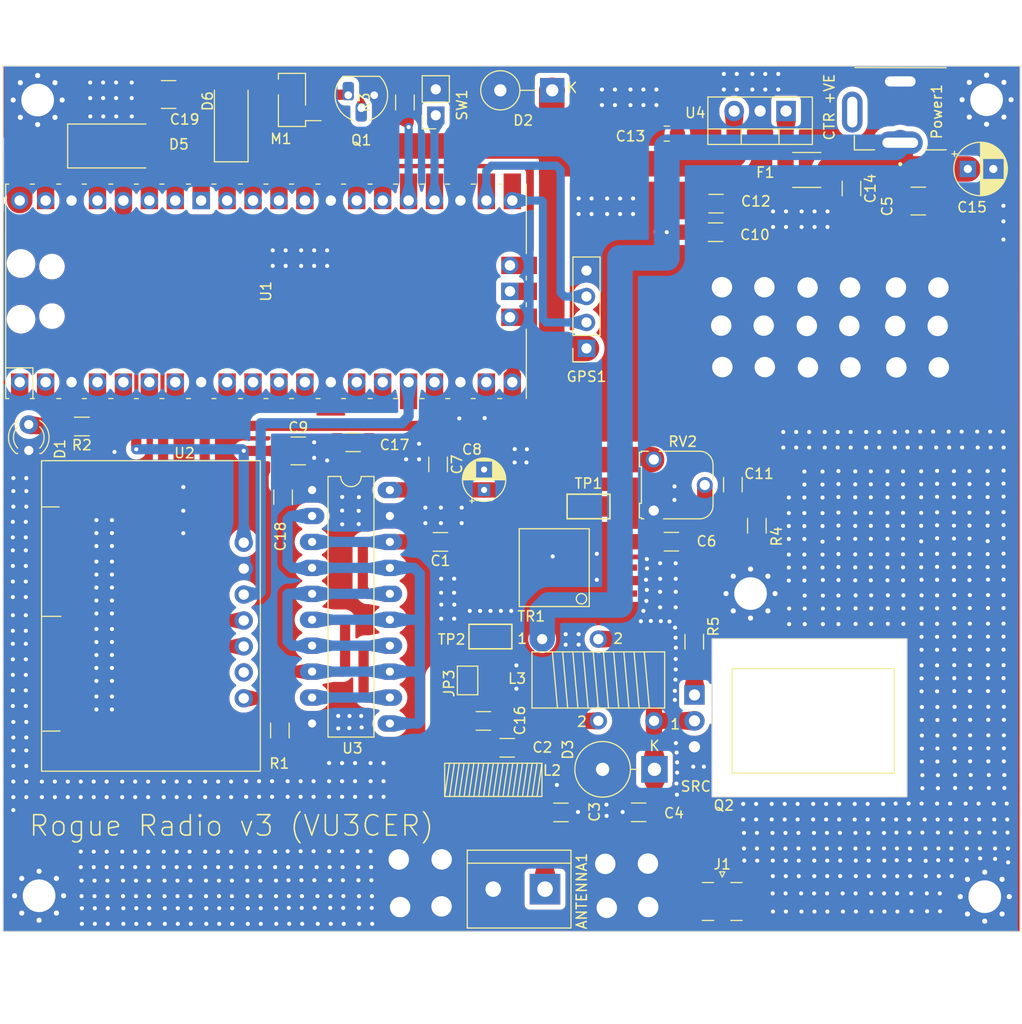
<source format=kicad_pcb>
(kicad_pcb (version 20221018) (generator pcbnew)
  (layers (0 "F.Cu" signal) (31 "B.Cu" signal) (34 "B.Paste" user) (35 "F.Paste" user) (36 "B.SilkS" user "B.Silkscreen") (37 "F.SilkS" user "F.Silkscreen") (38 "B.Mask" user) (39 "F.Mask" user) (44 "Edge.Cuts" user))
  (net 0 "")
  (net 1 "+5V")
  (net 2 "Net-(ANTENNA1-Pin_1)")
  (net 3 "Net-(U3-O0a)")
  (net 4 "Net-(U2-SO)")
  (net 5 "Net-(D1-A)")
  (net 6 "Net-(U1-GPIO2)")
  (net 18 "Net-(C1-Pad1)")
  (net 19 "Net-(#FLG0105-pwr)")
  (net 20 "SCL")
  (net 21 "SDA")
  (net 23 "Net-(SW1-A)")
  (net 41 "+3.3V")
  (net 42 "Net-(C11-Pad1)")
  (net 43 "+VDC")
  (net 44 "/DRAIN")
  (net 45 "Net-(Q2-G)")
  (net 46 "Net-(C6-Pad1)")
  (net 48 "Net-(C16-Pad2)")
  (net 49 "Net-(JP3-B)")
  (net 50 "Net-(C6-Pad2)")
  (net 51 "Net-(U1-GPIO15)")
  (net 52 "Net-(#FLG01-pwr)")
  (net 53 "GND")
  (net 54 "Net-(GPS1-RX)")
  (net 55 "Net-(D6-A)")
  (net 56 "FAN")
  (net 57 "Net-(Q1-B)")
  (net 58 "Net-(GPS1-TX)")
  (footprint "Capacitor_THT:CP_Radial_D4.0mm_P2.00mm" (layer "F.Cu") (at 136.85 98.2226 90)
    (fp_text reference "C8")
    (fp_text value "100uF/16V" hide)
  )
  (footprint "Diode_THT:D_DO-201_P5.08mm_Vertical_KathodeUp" (layer "F.Cu") (at 153.54 125.58 180)
    (fp_text reference "D3")
    (fp_text value "75v 5W" hide)
  )
  (footprint "Connector_Coaxial:SMA_Samtec_SMA-J-P-X-ST-EM1_EdgeMount" (layer "F.Cu") (at 160.18 138.3775)
    (fp_text reference "J1")
    (fp_text value "Conn_Coaxial" hide)
  )
  (footprint "footprints:FT50-43 Transformer" (layer "F.Cu") (at 156.04 116.83 -90)
    (fp_text reference "L3")
    (fp_text value "L_Ferrite_Coupled" hide)
  )
  (footprint "Capacitor_SMD:C_1206_3216Metric_Pad1.33x1.80mm_HandSolder" (layer "F.Cu") (at 159.572 70.188)
    (fp_text reference "C12")
    (fp_text value "100nF" hide)
  )
  (footprint "Package_TO_SOT_THT:TO-92_HandSolder" (layer "F.Cu") (at 126.084 59.57 180)
    (fp_text reference "Q1")
    (fp_text value "PN2222A" hide)
  )
  (footprint "Capacitor_SMD:C_1206_3216Metric_Pad1.33x1.80mm_HandSolder" (layer "F.Cu") (at 117.154 98.9285 -90)
    (fp_text reference "C18")
    (fp_text value "100n" hide)
  )
  (footprint "footprints:XKB_DC-005-5A-2.0_Modded" (layer "F.Cu") (at 177.62 58.22 -90)
    (fp_text reference "Power1")
    (fp_text value "DC-005 (Barrel Jack)" hide)
  )
  (footprint "Resistor_SMD:R_1206_3216Metric_Pad1.30x1.75mm_HandSolder" (layer "F.Cu") (at 163.57 101.73 -90)
    (fp_text reference "R4")
    (fp_text value "10k" hide)
  )
  (footprint "Potentiometer_THT:Potentiometer_Runtron_RM-065_Vertical" (layer "F.Cu") (at 153.47 100.24 90)
    (fp_text reference "RV2")
    (fp_text value "5k" hide)
  )
  (footprint "MountingHole:MountingHole_3.2mm_M3_Pad_Via" (layer "F.Cu") (at 162.954944 108.368944)
    (fp_text reference "H5" hide)
    (fp_text value "MountingHole_Pad" hide)
  )
  (footprint "Capacitor_SMD:C_1206_3216Metric_Pad1.33x1.80mm_HandSolder" (layer "F.Cu") (at 159.5335 72.982)
    (fp_text reference "C10")
    (fp_text value "10nF" hide)
  )
  (footprint "Capacitor_SMD:C_1206_3216Metric_Pad1.33x1.80mm_HandSolder" (layer "F.Cu") (at 155.2 103.29 180)
    (fp_text reference "C6")
    (fp_text value "100nF" hide)
  )
  (footprint "LED_THT:LED_D3.0mm" (layer "F.Cu") (at 92.24 94.355 90)
    (fp_text reference "D1")
    (fp_text value "LED" hide)
  )
  (footprint "Capacitor_SMD:C_1206_3216Metric_Pad1.33x1.80mm_HandSolder" (layer "F.Cu") (at 124.012 93.556)
    (fp_text reference "C17")
    (fp_text value "100n" hide)
  )
  (footprint "Fuse:Fuse_1812_4532Metric_Pad1.30x3.40mm_HandSolder" (layer "F.Cu") (at 168.462 66.886)
    (fp_text reference "F1")
    (fp_text value "600mA" hide)
  )
  (footprint "footprints:SI5351 Module" (layer "F.Cu") (at 108.3226 95.35995 -90)
    (fp_text reference "U2")
    (fp_text value "SI5351-Module-VFO (With TCXO)" hide)
  )
  (footprint "Diode_SMD:D_SMA-SMB_Universal_Handsoldering" (layer "F.Cu") (at 101.01 64.54)
    (fp_text reference "D5")
    (fp_text value "1N5818" hide)
  )
  (footprint "MountingHole:MountingHole_3.2mm_M3_Pad_Via" (layer "F.Cu") (at 185.9 138.05)
    (fp_text reference "H4" hide)
    (fp_text value "MountingHole_Pad" hide)
  )
  (footprint "Capacitor_SMD:C_1206_3216Metric_Pad1.33x1.80mm_HandSolder" (layer "F.Cu") (at 161.22 97.71 90)
    (fp_text reference "C11")
    (fp_text value "100nF" hide)
  )
  (footprint "Capacitor_SMD:C_1210_3225Metric_Pad1.33x2.70mm_HandSolder" (layer "F.Cu") (at 105.94 59.5 180)
    (fp_text reference "C19")
    (fp_text value "100u" hide)
  )
  (footprint "Capacitor_SMD:C_1206_3216Metric_Pad1.33x1.80mm_HandSolder" (layer "F.Cu") (at 144.38 129.8)
    (fp_text reference "C3")
    (fp_text value "220p" hide)
  )
  (footprint "Connector_PinSocket_2.54mm:PinSocket_1x04_P2.54mm_Vertical" (layer "F.Cu") (at 146.88 84.36 180)
    (fp_text reference "GPS1")
    (fp_text value "GY-NEO6MV2-Module")
  )
  (footprint "TestPoint:TestPoint_Keystone_5019_Minature" (layer "F.Cu") (at 147.08 99.84)
    (fp_text reference "TP1")
    (fp_text value "TestPoint" hide)
  )
  (footprint "footprints:KK81" (layer "F.Cu") (at 143.72 105.83 90)
    (fp_text reference "TR1")
    (fp_text value "T2-613-1+" hide)
  )
  (footprint "Capacitor_SMD:C_1210_3225Metric_Pad1.33x2.70mm_HandSolder" (layer "F.Cu") (at 179.384 69.934)
    (fp_text reference "C5")
    (fp_text value "10uF 50v" hide)
  )
  (footprint "Resistor_SMD:R_1206_3216Metric_Pad1.30x1.75mm_HandSolder" (layer "F.Cu") (at 157.44 113.088 90)
    (fp_text reference "R5")
    (fp_text value "10" hide)
  )
  (footprint "TestPoint:TestPoint_Keystone_5019_Minature" (layer "F.Cu") (at 137.47 112.58)
    (fp_text reference "TP2")
    (fp_text value "TestPoint" hide)
  )
  (footprint "Capacitor_SMD:C_1206_3216Metric_Pad1.33x1.80mm_HandSolder" (layer "F.Cu") (at 132.34 95.72 -90)
    (fp_text reference "C7")
    (fp_text value "100nF" hide)
  )
  (footprint "Diode_SMD:D_SMA_Handsoldering" (layer "F.Cu") (at 112.074 61.58 90)
    (fp_text reference "D6")
    (fp_text value "M7 (1N4007)" hide)
  )
  (footprint "Connector_PinSocket_2.54mm:PinSocket_1x02_P2.54mm_Vertical" (layer "F.Cu") (at 132.115 61.532 180)
    (fp_text reference "SW1")
    (fp_text value "SW_SPST" hide)
  )
  (footprint "MountingHole:MountingHole_3.2mm_M3_Pad_Via" (layer "F.Cu") (at 186.08 60.01)
    (fp_text reference "H2" hide)
    (fp_text value "MountingHole_Pad" hide)
  )
  (footprint "MountingHole:MountingHole_3.2mm_M3_Pad_Via" (layer "F.Cu") (at 93.11 60.04)
    (fp_text reference "H1" hide)
    (fp_text value "MountingHole_Pad" hide)
  )
  (footprint "Capacitor_THT:CP_Radial_D5.0mm_P2.50mm" (layer "F.Cu") (at 184.24 66.79)
    (fp_text reference "C15")
    (fp_text value "100uF 100v" hide)
  )
  (footprint "footprints:RPi_Pico_SMD_TH" (layer "F.Cu") (at 115.481 78.774 90)
    (fp_text reference "U1")
    (fp_text value "Pico" hide)
  )
  (footprint "Capacitor_SMD:C_1206_3216Metric_Pad1.33x1.80mm_HandSolder" (layer "F.Cu") (at 151.9875 129.79 180)
    (fp_text reference "C4")
    (fp_text value "100pF" hide)
  )
  (footprint "Package_TO_SOT_THT:TO-220-3_Vertical" (layer "F.Cu") (at 166.43 61.115 180)
    (fp_text reference "U4")
    (fp_text value "LM7805_TO220" hide)
  )
  (footprint "TerminalBlock:TerminalBlock_bornier-2_P5.08mm" (layer "F.Cu") (at 142.82 137.31 180)
    (fp_text reference "ANTENNA1")
    (fp_text value "Screw_Terminal_01x02" hide)
  )
  (footprint "Connector_PinHeader_2.54mm:PinHeader_1x02_P2.54mm_Vertical_SMD_Pin1Left" (layer "F.Cu") (at 118.024 60.03 180)
    (fp_text reference "M1")
    (fp_text value "Fan" hide)
  )
  (footprint "Capacitor_SMD:C_0805_2012Metric_Pad1.18x1.45mm_HandSolder" (layer "F.Cu") (at 154.746 63.33 180)
    (fp_text reference "C13")
    (fp_text value "22uF 10v" hide)
  )
  (footprint "Jumper:SolderJumper-2_P1.3mm_Open_TrianglePad1.0x1.5mm" (layer "F.Cu") (at 135.23 116.875 -90)
    (fp_text reference "JP3")
    (fp_text value "Jumper_2_Open" hide)
  )
  (footprint "Capacitor_SMD:C_1210_3225Metric_Pad1.33x2.70mm_HandSolder" (layer "F.Cu") (at 118.6395 94.4)
    (fp_text reference "C9")
    (fp_text value "100u" hide)
  )
  (footprint "Package_DIP:DIP-20_W7.62mm_LongPads" (layer "F.Cu") (at 119.998 98.232)
    (fp_text reference "U3")
    (fp_text value "74ACT244" hide)
  )
  (footprint "Capacitor_SMD:C_1206_3216Metric_Pad1.33x1.80mm_HandSolder" (layer "F.Cu") (at 136.7825 120.84)
    (fp_text reference "C16")
    (fp_text value "100nF 100v" hide)
  )
  (footprint "Diode_THT:D_DO-15_P5.08mm_Vertical_KathodeUp" (layer "F.Cu") (at 143.52 59.09 180)
    (fp_text reference "D2")
    (fp_text value "5.6V 5W" hide)
  )
  (footprint "MountingHole:MountingHole_3.2mm_M3_Pad_Via" (layer "F.Cu") (at 93.25 137.96 90)
    (fp_text reference "H3" hide)
    (fp_text value "MountingHole_Pad" hide)
  )
  (footprint "footprints:T37-2" (layer "F.Cu") (at 137.75 126.61 -90)
    (fp_text reference "L2")
    (fp_text value "260nH (T50-6, 8 turns)" hide)
  )
  (footprint "Capacitor_SMD:C_1206_3216Metric_Pad1.33x1.80mm_HandSolder" (layer "F.Cu") (at 172.84 68.7025 -90)
    (fp_text reference "C14")
    (fp_text value "100nF" hide)
  )
  (footprint "Capacitor_SMD:C_1206_3216Metric_Pad1.33x1.80mm_HandSolder" (layer "F.Cu") (at 132.57 103.31 180)
    (fp_text reference "C1")
    (fp_text value "100nF" hide)
  )
  (footprint "Resistor_SMD:R_1206_3216Metric_Pad1.30x1.75mm_HandSolder" (layer "F.Cu") (at 116.84 121.777 -90)
    (fp_text reference "R1")
    (fp_text value "2.2k" hide)
  )
  (footprint "Resistor_SMD:R_1206_3216Metric_Pad1.30x1.75mm_HandSolder" (layer "F.Cu") (at 129.092 60.282 90)
    (fp_text reference "R3")
    (fp_text value "1k" hide)
  )
  (footprint "Capacitor_SMD:C_1206_3216Metric_Pad1.33x1.80mm_HandSolder" (layer "F.Cu") (at 139.11 123.47)
    (fp_text reference "C2")
    (fp_text value "220p" hide)
  )
  (footprint "Resistor_SMD:R_1206_3216Metric_Pad1.30x1.75mm_HandSolder" (layer "F.Cu") (at 97.44 92.01 180)
    (fp_text reference "R2")
    (fp_text value "470" hide)
  )
  (footprint "footprints:TO-220-3_Horizontal_TabDown" (layer "F.Cu") (at 157.46 118.294 -90)
    (fp_text reference "Q2")
    (fp_text value "IRF510" hide)
  )
  (gr_rect (start 89.728 56.712) (end 189.36 141.452) (stroke (width 0.1)) (fill none) (layer "Edge.Cuts"))
  (gr_rect (start 159.18 112.78) (end 178.28 128.28) (stroke (width 0.1)) (fill none) (layer "Edge.Cuts"))
  (gr_text "2" (at 145.856 121.496) (layer "F.SilkS") (effects (font (size 1 1)) (justify left bottom)))
  (gr_text "2" (at 149.412 113.368) (layer "F.SilkS") (effects (font (size 1 1)) (justify left bottom)))
  (gr_text "CTR +VE" (at 171.256 64.092 90) (layer "F.SilkS") (effects (font (size 1 1)) (justify left bottom)))
  (gr_text "1" (at 155 121.75) (layer "F.SilkS") (effects (font (size 1 1)) (justify left bottom)))
  (gr_text "Rogue Radio v3 (VU3CER)" (at 92.15 132.27) (layer "F.SilkS") (effects (font (size 2 2)) (justify left bottom)))
  (gr_text "SRC" (at 156.016 127.846) (layer "F.SilkS") (effects (font (size 1 1)) (justify left bottom)))
  (gr_text "1" (at 140.014 113.368) (layer "F.SilkS") (effects (font (size 1 1)) (justify left bottom)))
  (segment (start 143.481 65.371) (end 142.65 64.54) (width 2.5) (layer "F.Cu") (net 1))
  (segment (start 143.481 95.09) (end 143.641 95.25) (width 2.5) (layer "F.Cu") (net 1))
  (segment (start 103.51 64.54) (end 107.41 64.54) (width 2.5) (layer "F.Cu") (net 1))
  (segment (start 107.5025 64.4475) (end 107.41 64.54) (width 1) (layer "F.Cu") (net 1))
  (segment (start 157.971 70.1495) (end 158.0095 70.188) (width 1.5) (layer "F.Cu") (net 1))
  (segment (start 132.34 98.22) (end 127.63 98.22) (width 1.5) (layer "F.Cu") (net 1))
  (segment (start 140.0074 98.2226) (end 140.05 98.18) (width 1.5) (layer "F.Cu") (net 1))
  (segment (start 107.5025 59.5) (end 107.5025 64.4475) (width 1) (layer "F.Cu") (net 1))
  (segment (start 143.481 84.36) (end 143.481 95.09) (width 2.5) (layer "F.Cu") (net 1))
  (segment (start 143.641 95.25) (end 153.26 95.25) (width 2.5) (layer "F.Cu") (net 1))
  (segment (start 143.481 98.149) (end 143.45 98.18) (width 2.5) (layer "F.Cu") (net 1))
  (segment (start 143.481 59.129) (end 143.52 59.09) (width 2.5) (layer "F.Cu") (net 1))
  (segment (start 146.88 84.36) (end 143.481 84.36) (width 2.5) (layer "F.Cu") (net 1))
  (segment (start 143.481 67.09) (end 143.481 84.36) (width 2.5) (layer "F.Cu") (net 1))
  (segment (start 143.481 67.09) (end 143.481 65.371) (width 2.5) (layer "F.Cu") (net 1))
  (segment (start 144.291 66.28) (end 156.016 66.28) (width 2.5) (layer "F.Cu") (net 1))
  (segment (start 155.7835 66.0475) (end 156.016 66.28) (width 1.5) (layer "F.Cu") (net 1))
  (segment (start 157.971 66.711) (end 157.971 70.1495) (width 1.5) (layer "F.Cu") (net 1))
  (segment (start 157.54 66.28) (end 157.971 66.711) (width 1.5) (layer "F.Cu") (net 1))
  (segment (start 161.35 65.362) (end 161.35 62.568) (width 1.5) (layer "F.Cu") (net 1))
  (segment (start 157.3075 66.0475) (end 157.54 66.28) (width 1.5) (layer "F.Cu") (net 1))
  (segment (start 157.54 66.28) (end 160.432 66.28) (width 2.5) (layer "F.Cu") (net 1))
  (segment (start 155.7835 63.33) (end 155.7835 66.0475) (width 1.5) (layer "F.Cu") (net 1))
  (segment (start 143.481 95.09) (end 143.481 98.149) (width 2.5) (layer "F.Cu") (net 1))
  (segment (start 107.41 64.54) (end 142.65 64.54) (width 2.5) (layer "F.Cu") (net 1))
  (segment (start 136.85 98.2226) (end 132.3426 98.2226) (width 1.5) (layer "F.Cu") (net 1))
  (segment (start 160.432 66.28) (end 161.35 65.362) (width 2.5) (layer "F.Cu") (net 1))
  (segment (start 143.45 98.18) (end 140.05 98.18) (width 2.5) (layer "F.Cu") (net 1))
  (segment (start 119.679 61.3) (end 119.679 64.175) (width 0.75) (layer "F.Cu") (net 1))
  (segment (start 156.016 66.28) (end 157.54 66.28) (width 2.5) (layer "F.Cu") (net 1))
  (segment (start 143.481 67.09) (end 143.481 59.129) (width 2.5) (layer "F.Cu") (net 1))
  (segment (start 161.35 62.568) (end 161.35 61.115) (width 1.5) (layer "F.Cu") (net 1))
  (segment (start 136.85 98.2226) (end 140.0074 98.2226) (width 1.5) (layer "F.Cu") (net 1))
  (segment (start 132.84 116) (end 135.23 116) (width 1.5) (layer "F.Cu") (net 2))
  (segment (start 140.29 129.785) (end 132.785 129.785) (width 1.5) (layer "F.Cu") (net 2))
  (segment (start 159.76 131.92) (end 160.18 132.34) (width 1.5) (layer "F.Cu") (net 2))
  (segment (start 142.82 137.31) (end 142.82 132.18) (width 1.5) (layer "F.Cu") (net 2))
  (segment (start 142.82 132.18) (end 143.08 131.92) (width 1.5) (layer "F.Cu") (net 2))
  (segment (start 132.35 129.35) (end 132.35 116.49) (width 1.5) (layer "F.Cu") (net 2))
  (segment (start 142.82 132.18) (end 142.82 129.8025) (width 1.5) (layer "F.Cu") (net 2))
  (segment (start 142.82 129.8025) (end 142.8175 129.8) (width 1.5) (layer "F.Cu") (net 2))
  (segment (start 160.18 132.34) (end 160.18 138.5775) (width 1.5) (layer "F.Cu") (net 2))
  (segment (start 132.785 129.785) (end 132.35 129.35) (width 1.5) (layer "F.Cu") (net 2))
  (segment (start 132.35 116.49) (end 132.84 116) (width 1.5) (layer "F.Cu") (net 2))
  (segment (start 142.8025 129.785) (end 142.8175 129.8) (width 1.5) (layer "F.Cu") (net 2))
  (segment (start 143.08 131.92) (end 159.76 131.92) (width 1.5) (layer "F.Cu") (net 2))
  (segment (start 140.29 129.785) (end 142.8025 129.785) (width 1.5) (layer "F.Cu") (net 2))
  (segment (start 125.04 113.58) (end 125.04 118.3) (width 1) (layer "F.Cu") (net 3))
  (segment (start 127.618 113.472) (end 125.148 113.472) (width 1) (layer "F.Cu") (net 3))
  (segment (start 125.41 108.392) (end 124.968 107.95) (width 1) (layer "F.Cu") (net 3))
  (segment (start 124.968 103.378) (end 125.034 103.312) (width 1) (layer "F.Cu") (net 3))
  (segment (start 125.292 118.552) (end 127.618 118.552) (width 1) (layer "F.Cu") (net 3))
  (segment (start 125.034 103.312) (end 127.618 103.312) (width 1) (layer "F.Cu") (net 3))
  (segment (start 125.148 113.472) (end 125.04 113.58) (width 1) (layer "F.Cu") (net 3))
  (segment (start 125.04 118.3) (end 125.292 118.552) (width 1) (layer "F.Cu") (net 3))
  (segment (start 127.618 108.392) (end 125.41 108.392) (width 1) (layer "F.Cu") (net 3))
  (segment (start 131.0075 103.31) (end 127.62 103.31) (width 1.5) (layer "F.Cu") (net 3))
  (segment (start 124.968 107.95) (end 124.968 103.378) (width 1) (layer "F.Cu") (net 3))
  (segment (start 117.668 108.392) (end 119.998 108.392) (width 1) (layer "B.Cu") (net 3))
  (segment (start 119.998 118.552) (end 127.618 118.552) (width 1) (layer "B.Cu") (net 3))
  (segment (start 119.998 113.472) (end 118.044 113.472) (width 1) (layer "B.Cu") (net 3))
  (segment (start 117.602 108.458) (end 117.668 108.392) (width 1) (layer "B.Cu") (net 3))
  (segment (start 119.998 103.312) (end 127.618 103.312) (width 1) (layer "B.Cu") (net 3))
  (segment (start 118.044 113.472) (end 117.602 113.03) (width 1) (layer "B.Cu") (net 3))
  (segment (start 119.998 113.472) (end 127.618 113.472) (width 1) (layer "B.Cu") (net 3))
  (segment (start 119.998 108.392) (end 127.618 108.392) (width 1) (layer "B.Cu") (net 3))
  (segment (start 117.602 113.03) (end 117.602 108.458) (width 1) (layer "B.Cu") (net 3))
  (segment (start 113.301 118.62635) (end 116.34035 118.62635) (width 1) (layer "F.Cu") (net 4))
  (segment (start 123.182 110.932) (end 123.23 110.98) (width 1) (layer "F.Cu") (net 4))
  (segment (start 123.23 110.98) (end 123.23 115.77) (width 1) (layer "F.Cu") (net 4))
  (segment (start 119.998 110.932) (end 123.182 110.932) (width 1) (layer "F.Cu") (net 4))
  (segment (start 123.23 115.77) (end 122.988 116.012) (width 1) (layer "F.Cu") (net 4))
  (segment (start 116.906 116.012) (end 119.998 116.012) (width 1) (layer "F.Cu") (net 4))
  (segment (start 116.906 116.012) (end 116.906 120.161) (width 1) (layer "F.Cu") (net 4))
  (segment (start 122.988 116.012) (end 119.998 116.012) (width 1) (layer "F.Cu") (net 4))
  (segment (start 127.618 105.852) (end 129.982 105.852) (width 1) (layer "B.Cu") (net 4))
  (segment (start 130.556 115.062) (end 130.556 111.506) (width 1) (layer "B.Cu") (net 4))
  (segment (start 127.618 121.092) (end 130.368 121.092) (width 1) (layer "B.Cu") (net 4))
  (segment (start 130.49 110.932) (end 127.618 110.932) (width 1) (layer "B.Cu") (net 4))
  (segment (start 130.368 121.092) (end 130.556 120.904) (width 1) (layer "B.Cu") (net 4))
  (segment (start 127.618 116.012) (end 130.368 116.012) (width 1) (layer "B.Cu") (net 4))
  (segment (start 117.602 105.41) (end 117.602 101.092) (width 1) (layer "B.Cu") (net 4))
  (segment (start 118.044 105.852) (end 117.602 105.41) (width 1) (layer "B.Cu") (net 4))
  (segment (start 130.556 115.824) (end 130.556 115.062) (width 1) (layer "B.Cu") (net 4))
  (segment (start 119.998 105.852) (end 118.044 105.852) (width 1) (layer "B.Cu") (net 4))
  (segment (start 130.556 110.998) (end 130.49 110.932) (width 1) (layer "B.Cu") (net 4))
  (segment (start 129.982 105.852) (end 130.556 106.426) (width 1) (layer "B.Cu") (net 4))
  (segment (start 130.556 120.904) (end 130.556 115.062) (width 1) (layer "B.Cu") (net 4))
  (segment (start 130.556 111.506) (end 130.556 110.998) (width 1) (layer "B.Cu") (net 4))
  (segment (start 130.368 116.012) (end 130.556 115.824) (width 1) (layer "B.Cu") (net 4))
  (segment (start 117.602 101.092) (end 117.922 100.772) (width 1) (layer "B.Cu") (net 4))
  (segment (start 117.922 100.772) (end 119.998 100.772) (width 1) (layer "B.Cu") (net 4))
  (segment (start 119.998 110.932) (end 127.618 110.932) (width 1) (layer "B.Cu") (net 4))
  (segment (start 130.556 106.426) (end 130.556 111.506) (width 1) (layer "B.Cu") (net 4))
  (segment (start 119.998 116.012) (end 127.618 116.012) (width 1) (layer "B.Cu") (net 4))
  (segment (start 127.618 105.852) (end 119.998 105.852) (width 1) (layer "B.Cu") (net 4))
  (segment (start 92.435 92.01) (end 92.24 91.815) (width 1.5) (layer "F.Cu") (net 5))
  (segment (start 95.89 92.01) (end 92.435 92.01) (width 1.5) (layer "F.Cu") (net 5))
  (segment (start 98.99 92.01) (end 98.99 87.683) (width 1.5) (layer "F.Cu") (net 6))
  (segment (start 136.481 102.25) (end 136.481 105.83) (width 1.5) (layer "F.Cu") (net 18))
  (segment (start 136.481 102.25) (end 136.481 100.649) (width 1.5) (layer "F.Cu") (net 18))
  (segment (start 134.1325 103.31) (end 136.461 103.31) (width 1.5) (layer "F.Cu") (net 18))
  (segment (start 136.59 100.54) (end 146.38 100.54) (width 1.5) (layer "F.Cu") (net 18))
  (segment (start 136.461 103.31) (end 136.481 103.29) (width 1.5) (layer "F.Cu") (net 18))
  (segment (start 136.481 100.649) (end 136.59 100.54) (width 1.5) (layer "F.Cu") (net 18))
  (segment (start 136.481 103.29) (end 136.481 102.25) (width 1.5) (layer "F.Cu") (net 18))
  (segment (start 146.38 100.54) (end 147.08 99.84) (width 1.5) (layer "F.Cu") (net 18))
  (segment (start 91.351 69.884) (end 91.351 64.799) (width 2.5) (layer "F.Cu") (net 19))
  (segment (start 98.36 64.69) (end 91.51 64.69) (width 2.5) (layer "F.Cu") (net 19))
  (segment (start 131.991 91.529) (end 131.572 91.948) (width 1) (layer "F.Cu") (net 20))
  (segment (start 109.73635 111.00635) (end 113.301 111.00635) (width 1) (layer "F.Cu") (net 20))
  (segment (start 131.991 87.664) (end 131.991 91.529) (width 1) (layer "F.Cu") (net 20))
  (segment (start 131.572 91.948) (end 109.474 91.948) (width 1) (layer "F.Cu") (net 20))
  (segment (start 109.474 91.948) (end 109.474 110.744) (width 1) (layer "F.Cu") (net 20))
  (segment (start 109.474 110.744) (end 109.73635 111.00635) (width 1) (layer "F.Cu") (net 20))
  (segment (start 129.451 87.664) (end 129.451 91.021) (width 1) (layer "B.Cu") (net 21))
  (segment (start 114.96 108.21) (end 114.70365 108.46635) (width 1) (layer "B.Cu") (net 21))
  (segment (start 114.96 91.694) (end 114.96 108.21) (width 1) (layer "B.Cu") (net 21))
  (segment (start 129.451 91.021) (end 128.778 91.694) (width 1) (layer "B.Cu") (net 21))
  (segment (start 114.70365 108.46635) (end 113.301 108.46635) (width 1) (layer "B.Cu") (net 21))
  (segment (start 128.778 91.694) (end 114.96 91.694) (width 1) (layer "B.Cu") (net 21))
  (segment (start 131.991 61.72) (end 131.991 69.884) (width 0.8) (layer "B.Cu") (net 23))
  (segment (start 122.4495 96.1345) (end 122.234 96.35) (width 0.4) (layer "F.Cu") (net 41))
  (segment (start 117.154 97.366) (end 117.154 96.35) (width 1.5) (layer "F.Cu") (net 41))
  (segment (start 117.19 94.4) (end 113.312 94.4) (width 1) (layer "F.Cu") (net 41))
  (segment (start 122.234 96.35) (end 117.154 96.35) (width 0.4) (layer "F.Cu") (net 41))
  (segment (start 102.78 86.09) (end 102.68 85.99) (width 0.25) (layer "F.Cu") (net 41))
  (segment (start 117.154 94.477) (end 117.077 94.4) (width 1.5) (layer "F.Cu") (net 41))
  (segment (start 122.4495 93.556) (end 122.4495 96.1345) (width 0.4) (layer "F.Cu") (net 41))
  (segment (start 101.511 69.884) (end 101.511 84.821) (width 1) (layer "F.Cu") (net 41))
  (segment (start 102.77135 90.98865) (end 102.77135 94.24) (width 1) (layer "F.Cu") (net 41))
  (segment (start 102.78 91.02135) (end 102.78 86.09) (width 0.4) (layer "F.Cu") (net 41))
  (segment (start 113.312 94.4) (end 113.301 94.389) (width 1) (layer "F.Cu") (net 41))
  (segment (start 101.511 84.821) (end 102.68 85.99) (width 1) (layer "F.Cu") (net 41))
  (segment (start 117.154 96.35) (end 117.154 94.477) (width 1.5) (layer "F.Cu") (net 41))
  (via (at 102.77135 94.24) (size 0.8) (drill 0.4) (layers "F.Cu" "B.Cu") (net 41))
  (via (at 113.301 94.389) (size 0.8) (drill 0.4) (layers "F.Cu" "B.Cu") (net 41))
  (segment (start 113.152 94.24) (end 113.301 94.389) (width 1) (layer "B.Cu") (net 41))
  (segment (start 113.301 94.389) (end 113.301 103.38635) (width 1) (layer "B.Cu") (net 41))
  (segment (start 102.77135 94.24) (end 113.152 94.24) (width 1) (layer "B.Cu") (net 41))
  (segment (start 163.62 99.45) (end 159 99.45) (width 1.5) (layer "F.Cu") (net 42))
  (segment (start 158.47 98.92) (end 158.47 97.74) (width 1.5) (layer "F.Cu") (net 42))
  (segment (start 159 99.45) (end 158.47 98.92) (width 1.5) (layer "F.Cu") (net 42))
  (segment (start 184.24 66.79) (end 182.42 66.79) (width 2.5) (layer "F.Cu") (net 43))
  (segment (start 180.78 66.79) (end 179.384 66.79) (width 2.5) (layer "F.Cu") (net 43))
  (segment (start 157.971 72.982) (end 154.746 72.982) (width 1.5) (layer "F.Cu") (net 43))
  (segment (start 180.78 66.79) (end 170.783 66.79) (width 2.5) (layer "F.Cu") (net 43))
  (segment (start 170.783 66.79) (end 170.687 66.886) (width 2.5) (layer "F.Cu") (net 43))
  (segment (start 182.42 66.79) (end 180.78 66.79) (width 2.5) (layer "F.Cu") (net 43))
  (segment (start 177.8215 69.934) (end 177.8215 66.8885) (width 1.5) (layer "F.Cu") (net 43))
  (segment (start 177.92 66.79) (end 177.62 66.49) (width 2.5) (layer "F.Cu") (net 43))
  (segment (start 179.384 66.79) (end 177.92 66.79) (width 2.5) (layer "F.Cu") (net 43))
  (segment (start 177.8215 66.8885) (end 177.92 66.79) (width 1.5) (layer "F.Cu") (net 43))
  (segment (start 177.62 66.49) (end 177.62 64.22) (width 2.5) (layer "F.Cu") (net 43))
  (via (at 154.746 72.982) (size 0.8) (drill 0.4) (layers "F.Cu" "B.Cu") (net 43))
  (segment (start 154.746 73.236) (end 154.752 73.23) (width 2.5) (layer "B.Cu") (net 43))
  (segment (start 143.19 109.49) (end 150.16 109.49) (width 2.5) (layer "B.Cu") (net 43))
  (segment (start 142.54 112.83) (end 142.54 110.14) (width 2.5) (layer "B.Cu") (net 43))
  (segment (start 154.752 73.242) (end 154.746 73.236) (width 2.5) (layer "B.Cu") (net 43))
  (segment (start 177.17 64.67) (end 177.62 64.22) (width 2.5) (layer "B.Cu") (net 43))
  (segment (start 142.54 110.14) (end 143.19 109.49) (width 2.5) (layer "B.Cu") (net 43))
  (segment (start 154.752 75.5) (end 154.752 73.242) (width 2.5) (layer "B.Cu") (net 43))
  (segment (start 154.752 64.678) (end 154.76 64.67) (width 2.5) (layer "B.Cu") (net 43))
  (segment (start 154.76 64.67) (end 177.17 64.67) (width 2.5) (layer "B.Cu") (net 43))
  (segment (start 150.16 75.5) (end 154.752 75.5) (width 2.5) (layer "B.Cu") (net 43))
  (segment (start 150.16 109.49) (end 150.16 75.5) (width 2.5) (layer "B.Cu") (net 43))
  (segment (start 154.752 73.23) (end 154.752 64.678) (width 2.5) (layer "B.Cu") (net 43))
  (segment (start 148.04 112.83) (end 153.43 112.83) (width 1.5) (layer "F.Cu") (net 44))
  (segment (start 153.5 112.9) (end 153.5 120.83) (width 1.5) (layer "F.Cu") (net 44))
  (segment (start 153.54 125.58) (end 153.54 129.78) (width 1) (layer "F.Cu") (net 44))
  (segment (start 153.5 120.83) (end 157.456 120.83) (width 1.5) (layer "F.Cu") (net 44))
  (segment (start 153.5 120.83) (end 153.5 125.54) (width 1.5) (layer "F.Cu") (net 44))
  (segment (start 153.5 112.9) (end 153.43 112.83) (width 1.5) (layer "F.Cu") (net 44))
  (segment (start 157.46 114.658) (end 157.44 114.638) (width 1.5) (layer "F.Cu") (net 45))
  (segment (start 157.46 118.294) (end 157.46 114.658) (width 1.5) (layer "F.Cu") (net 45))
  (segment (start 156.9725 103.44) (end 157.46 103.44) (width 1.5) (layer "F.Cu") (net 46))
  (segment (start 157.46 110.83) (end 157.44 110.85) (width 1.5) (layer "F.Cu") (net 46))
  (segment (start 156.7925 103.26) (end 156.9725 103.44) (width 1.5) (layer "F.Cu") (net 46))
  (segment (start 157.46 111.518) (end 157.44 111.538) (width 1.5) (layer "F.Cu") (net 46))
  (segment (start 157.46 110.066) (end 157.46 111.518) (width 1.5) (layer "F.Cu") (net 46))
  (segment (start 157.46 110.066) (end 157.46 110.83) (width 1.5) (layer "F.Cu") (net 46))
  (segment (start 156.7725 103.28) (end 156.7625 103.29) (width 1.5) (layer "F.Cu") (net 46))
  (segment (start 163.57 103.28) (end 156.7725 103.28) (width 1.5) (layer "F.Cu") (net 46))
  (segment (start 156.7925 103.26) (end 156.7625 103.29) (width 1.5) (layer "F.Cu") (net 46))
  (segment (start 157.46 103.44) (end 157.46 110.066) (width 1.5) (layer "F.Cu") (net 46))
  (segment (start 138.345 120.84) (end 148.03 120.84) (width 1.5) (layer "F.Cu") (net 48))
  (segment (start 135.22 120.84) (end 135.22 118.8) (width 1.5) (layer "F.Cu") (net 49))
  (segment (start 137.47 118.27) (end 137.47 112.58) (width 1.5) (layer "F.Cu") (net 49))
  (segment (start 135.22 118.1) (end 135.23 118.1) (width 1.5) (layer "F.Cu") (net 49))
  (segment (start 135.22 120.84) (end 135.22 123.425) (width 1.5) (layer "F.Cu") (net 49))
  (segment (start 136.94 118.8) (end 137.47 118.27) (width 1.5) (layer "F.Cu") (net 49))
  (segment (start 135.22 118.8) (end 135.22 118.1) (width 1.5) (layer "F.Cu") (net 49))
  (segment (start 135.21 123.435) (end 137.5125 123.435) (width 1.5) (layer "F.Cu") (net 49))
  (segment (start 137.5125 123.435) (end 137.5475 123.47) (width 1.5) (layer "F.Cu") (net 49))
  (segment (start 135.22 118.8) (end 136.94 118.8) (width 1.5) (layer "F.Cu") (net 49))
  (segment (start 150.959 103.29) (end 153.6375 103.29) (width 1.5) (layer "F.Cu") (net 50))
  (segment (start 105.41 113.284) (end 105.41 91.44) (width 1) (layer "F.Cu") (net 51))
  (segment (start 105.341 91.371) (end 105.41 91.44) (width 0.4) (layer "F.Cu") (net 51))
  (segment (start 139.611 87.664) (end 139.611 86.017) (width 1) (layer "F.Cu") (net 51))
  (segment (start 105.67235 113.54635) (end 105.41 113.284) (width 1) (layer "F.Cu") (net 51))
  (segment (start 113.301 113.54635) (end 105.67235 113.54635) (width 1) (layer "F.Cu") (net 51))
  (segment (start 105.341 85.921) (end 105.341 91.371) (width 0.4) (layer "F.Cu") (net 51))
  (segment (start 139.611 86.017) (end 139.192 85.598) (width 1) (layer "F.Cu") (net 51))
  (segment (start 139.192 85.598) (end 105.664 85.598) (width 1) (layer "F.Cu") (net 51))
  (segment (start 105.664 85.598) (end 105.341 85.921) (width 1) (layer "F.Cu") (net 51))
  (segment (start 166.43 61.115) (end 166.43 66.693) (width 1.5) (layer "F.Cu") (net 52))
  (segment (start 166.43 66.693) (end 166.237 66.886) (width 1.5) (layer "F.Cu") (net 52))
  (via (at 179.672 100.464) (size 0.8) (drill 0.4) (layers "F.Cu" "B.Cu") (net 53))
  (via (at 146.11 113.37) (size 0.8) (drill 0.4) (layers "F.Cu" "B.Cu") (net 53))
  (via (at 187.74 112.586) (size 0.8) (drill 0.4) (layers "F.Cu" "B.Cu") (net 53))
  (via (at 146.05 129.76) (size 0.8) (drill 0.4) (layers "F.Cu" "B.Cu") (net 53))
  (via (at 113.538 126.746) (size 0.8) (drill 0.4) (layers "F.Cu" "B.Cu") (net 53))
  (via (at 187.74 104.458) (size 0.8) (drill 0.4) (layers "F.Cu" "B.Cu") (net 53))
  (via (at 155.5 99.2) (size 0.8) (drill 0.4) (layers "F.Cu" "B.Cu") (net 53))
  (via (at 100.798 59.852) (size 0.8) (drill 0.4) (layers "F.Cu" "B.Cu") (net 53))
  (via (at 177.894 98.94) (size 0.8) (drill 0.4) (layers "F.Cu" "B.Cu") (net 53))
  (via (at 90.728 126.78) (size 0.8) (drill 0.4) (layers "F.Cu" "B.Cu") (net 53))
  (via (at 154.096 109.72) (size 0.8) (drill 0.4) (layers "F.Cu" "B.Cu") (net 53))
  (via (at 181.52 139.48) (size 0.8) (drill 0.4) (layers "F.Cu" "B.Cu") (net 53))
  (via (at 170.004 104.552) (size 0.8) (drill 0.4) (layers "F.Cu" "B.Cu") (net 53))
  (via (at 105.46 126.78) (size 0.8) (drill 0.4) (layers "F.Cu" "B.Cu") (net 53))
  (via (at 174.502 131.806) (size 0.8) (drill 0.4) (layers "F.Cu" "B.Cu") (net 53))
  (via (at 91.998 123.732) (size 0.8) (drill 0.4) (layers "F.Cu" "B.Cu") (net 53))
  (via (at 132.648 110.828) (size 0.8) (drill 0.4) (layers "F.Cu" "B.Cu") (net 53))
  (via (at 109.524 133.638) (size 0.8) (drill 0.4) (layers "F.Cu" "B.Cu") (net 53))
  (via (at 174.736 103.008) (size 0.8) (drill 0.4) (layers "F.Cu" "B.Cu") (net 53))
  (via (at 173.262 136.04) (size 0.8) (drill 0.4) (layers "F.Cu" "B.Cu") (net 53))
  (via (at 171.562 109.836) (size 0.8) (drill 0.4) (layers "F.Cu" "B.Cu") (net 53))
  (via (at 186.182 96.38) (size 0.8) (drill 0.4) (layers "F.Cu" "B.Cu") (net 53))
  (via (at 181.23 101.684) (size 0.8) (drill 0.4) (layers "F.Cu" "B.Cu") (net 53))
  (via (at 181.23 108.542) (size 0.8) (drill 0.4) (layers "F.Cu" "B.Cu") (net 53))
  (via (at 184.404 96.38) (size 0.8) (drill 0.4) (layers "F.Cu" "B.Cu") (net 53))
  (via (at 112.142 138) (size 0.8) (drill 0.4) (layers "F.Cu" "B.Cu") (net 53))
  (via (at 169.212 139.51) (size 0.8) (drill 0.4) (layers "F.Cu" "B.Cu") (net 53))
  (via (at 91.998 125.256) (size 0.8) (drill 0.4) (layers "F.Cu" "B.Cu") (net 53))
  (via (at 93.522 128.304) (size 0.8) (drill 0.4) (layers "F.Cu" "B.Cu") (net 53))
  (via (at 176.37 104.528) (size 0.8) (drill 0.4) (layers "F.Cu" "B.Cu") (net 53))
  (via (at 174.424 128.968) (size 0.8) (drill 0.4) (layers "F.Cu" "B.Cu") (net 53))
  (via (at 162.31 131.806) (size 0.8) (drill 0.4) (layers "F.Cu" "B.Cu") (net 53))
  (via (at 132.69 134.4) (size 2.2) (drill 2) (layers "F.Cu" "B.Cu") (net 53))
  (via (at 98.866 109.05) (size 0.8) (drill 0.4) (layers "F.Cu" "B.Cu") (net 53))
  (via (at 155.62 114.78) (size 0.8) (drill 0.4) (layers "F.Cu" "B.Cu") (net 53))
  (via (at 167.566 130.492) (size 0.8) (drill 0.4) (layers "F.Cu" "B.Cu") (net 53))
  (via (at 186.182 101.714) (size 0.8) (drill 0.4) (layers "F.Cu" "B.Cu") (net 53))
  (via (at 91.948 119.38) (size 0.8) (drill 0.4) (layers "F.Cu" "B.Cu") (net 53))
  (via (at 125.858 138) (size 0.8) (drill 0.4) (layers "F.Cu" "B.Cu") (net 53))
  (via (at 117.73 138) (size 0.8) (drill 0.4) (layers "F.Cu" "B.Cu") (net 53))
  (via (at 182.58 131.772) (size 0.8) (drill 0.4) (layers "F.Cu" "B.Cu") (net 53))
  (via (at 176.026 131.806) (size 0.8) (drill 0.4) (layers "F.Cu" "B.Cu") (net 53))
  (via (at 117.602 133.604) (size 0.8) (drill 0.4) (layers "F.Cu" "B.Cu") (net 53))
  (via (at 152.81 105.91) (size 0.8) (drill 0.4) (layers "F.Cu" "B.Cu") (net 53))
  (via (at 176.37 97.67) (size 0.8) (drill 0.4) (layers "F.Cu" "B.Cu") (net 53))
  (via (at 121.716 135.162) (size 0.8) (drill 0.4) (layers "F.Cu" "B.Cu") (net 53))
  (via (at 181.23 112.606) (size 0.8) (drill 0.4) (layers "F.Cu" "B.Cu") (net 53))
  (via (at 181.23 102.954) (size 0.8) (drill 0.4) (layers "F.Cu" "B.Cu") (net 53))
  (via (at 179.672 98.94) (size 0.8) (drill 0.4) (layers "F.Cu" "B.Cu") (net 53))
  (via (at 166.702 103.028) (size 0.8) (drill 0.4) (layers "F.Cu" "B.Cu") (net 53))
  (via (at 184.026 128.934) (size 0.8) (drill 0.4) (layers "F.Cu" "B.Cu") (net 53))
  (via (at 112.064 126.78) (size 0.8) (drill 0.4) (layers "F.Cu" "B.Cu") (net 53))
  (via (at 116.49 139.186) (size 0.8) (drill 0.4) (layers "F.Cu" "B.Cu") (net 53))
  (via (at 170.004 97.694) (size 0.8) (drill 0.4) (layers "F.Cu" "B.Cu") (net 53))
  (via (at 170.038 107.042) (size 0.8) (drill 0.4) (layers "F.Cu" "B.Cu") (net 53))
  (via (at 173.212 100.468) (size 0.8) (drill 0.4) (layers "F.Cu" "B.Cu") (net 53))
  (via (at 171.562 102.978) (size 0.8) (drill 0.4) (layers "F.Cu" "B.Cu") (net 53))
  (via (at 112.142 136.476) (size 0.8) (drill 0.4) (layers "F.Cu" "B.Cu") (net 53))
  (via (at 125.73 128.27) (size 0.8) (drill 0.4) (layers "F.Cu" "B.Cu") (net 53))
  (via (at 182.994 127.41) (size 0.8) (drill 0.4) (layers "F.Cu" "B.Cu") (net 53))
  (via (at 187.73 73.698) (size 0.8) (drill 0.4) (layers "F.Cu" "B.Cu") (net 53))
  (via (at 97.332 133.638) (size 0.8) (drill 0.4) (layers "F.Cu" "B.Cu") (net 53))
  (via (at 177.928 111.336) (size 0.8) (drill 0.4) (layers "F.Cu" "B.Cu") (net 53))
  (via (at 100.798 58.328) (size 0.8) (drill 0.4) (layers "F.Cu" "B.Cu") (net 53))
  (via (at 174.736 96.404) (size 0.8) (drill 0.4) (layers "F.Cu" "B.Cu") (net 53))
  (via (at 168.226 105.822) (size 0.8) (drill 0.4) (layers "F.Cu" "B.Cu") (net 53))
  (via (at 168.226 107.092) (size 0.8) (drill 0.4) (layers "F.Cu" "B.Cu") (net 53))
  (via (at 152.46 110.066) (size 0.8) (drill 0.4) (layers "F.Cu" "B.Cu") (net 53))
  (via (at 149.666 59.012) (size 0.8) (drill 0.4) (layers "F.Cu" "B.Cu") (net 53))
  (via (at 155.76 125.9) (size 0.8) (drill 0.4) (layers "F.Cu" "B.Cu") (net 53))
  (via (at 119 138) (size 0.8) (drill 0.4) (layers "F.Cu" "B.Cu") (net 53))
  (via (at 117.408 76.284) (size 0.8) (drill 0.4) (layers "F.Cu" "B.Cu") (net 53))
  (via (at 102.334 61.65) (size 0.8) (drill 0.4) (layers "F.Cu" "B.Cu") (net 53))
  (via (at 168.26 108.566) (size 0.8) (drill 0.4) (layers "F.Cu" "B.Cu") (net 53))
  (via (at 133.908 108.288) (size 0.8) (drill 0.4) (layers "F.Cu" "B.Cu") (net 53))
  (via (at 164.398 59.012) (size 0.8) (drill 0.4) (layers "F.Cu" "B.Cu") (net 53))
  (via (at 99.872 126.78) (size 0.8) (drill 0.4) (layers "F.Cu" "B.Cu") (net 53))
  (via (at 116.382 135.162) (size 0.8) (drill 0.4) (layers "F.Cu" "B.Cu") (net 53))
  (via (at 162.31 133.33) (size 0.8) (drill 0.4) (layers "F.Cu" "B.Cu") (net 53))
  (via (at 106.73 133.638) (size 0.8) (drill 0.4) (layers "F.Cu" "B.Cu") (net 53))
  (via (at 155.64 123.01) (size 0.8) (drill 0.4) (layers "F.Cu" "B.Cu") (net 53))
  (via (at 90.728 120.938) (size 0.8) (drill 0.4) (layers "F.Cu" "B.Cu") (net 53))
  (via (at 165.16 70.95) (size 0.8) (drill 0.4) (layers "F.Cu" "B.Cu") (net 53))
  (via (at 94.792 128.304) (size 0.8) (drill 0.4) (layers "F.Cu" "B.Cu") (net 53))
  (via (at 169.224 72.474) (size 0.8) (drill 0.4) (layers "F.Cu" "B.Cu") (net 53))
  (via (at 140.014 115.4) (size 0.8) (drill 0.4) (layers "F.Cu" "B.Cu") (net 53))
  (via (at 182.944 122.254) (size 0.8) (drill 0.4) (layers "F.Cu" "B.Cu") (net 53))
  (via (at 98.602 126.78) (size 0.8) (drill 0.4) (layers "F.Cu" "B.Cu") (net 53))
  (via (at 173.154 130.492) (size 0.8) (drill 0.4) (layers "F.Cu" "B.Cu") (net 53))
  (via (at 170.224 94.07) (size 0.8) (drill 0.4) (layers "F.Cu" "B.Cu") (net 53))
  (via (at 90.678 112.014) (size 0.8) (drill 0.4) (layers "F.Cu" "B.Cu") (net 53))
  (via (at 170.468 134.516) (size 0.8) (drill 0.4) (layers "F.Cu" "B.Cu") (net 53))
  (via (at 166.16 94.07) (size 0.8) (drill 0.4) (layers "F.Cu" "B.Cu") (net 53))
  (via (at 171.63 130.492) (size 0.8) (drill 0.4) (layers "F.Cu" "B.Cu") (net 53))
  (via (at 182.944 124.794) (size 0.8) (drill 0.4) (layers "F.Cu" "B.Cu") (net 53))
  (via (at 186.216 113.856) (size 0.8) (drill 0.4) (layers "F.Cu" "B.Cu") (net 53))
  (via (at 179.736 123.544) (size 0.8) (drill 0.4) (layers "F.Cu" "B.Cu") (net 53))
  (via (at 149.666 60.536) (size 0.8) (drill 0.4) (layers "F.Cu" "B.Cu") (net 53))
  (via (at 182.914 115.38) (size 0.8) (drill 0.4) (layers "F.Cu" "B.Cu") (net 53))
  (via (at 187.74 117.92) (size 0.8) (drill 0.4) (layers "F.Cu" "B.Cu") (net 53))
  (via (at 184.404 107.048) (size 0.8) (drill 0.4) (layers "F.Cu" "B.Cu") (net 53))
  (via (at 94.792 126.78) (size 0.8) (drill 0.4) (layers "F.Cu" "B.Cu") (net 53))
  (via (at 98.866 116.924) (size 0.8) (drill 0.4) (layers "F.Cu" "B.Cu") (net 53))
  (via (at 187.75 94.07) (size 0.8) (drill 0.4) (layers "F.Cu" "B.Cu") (net 53))
  (via (at 121.472 74.76) (size 0.8) (drill 0.4) (layers "F.Cu" "B.Cu") (net 53))
  (via (at 181.36 133.33) (size 0.8) (drill 0.4) (layers "F.Cu" "B.Cu") (net 53))
  (via (at 152.206 111.082) (size 0.8) (drill 0.4) (layers "F.Cu" "B.Cu") (net 53))
  (via (at 100.39 110.32) (size 0.8) (drill 0.4) (layers "F.Cu" "B.Cu") (net 53))
  (via (at 124.56 101.56) (size 0.8) (drill 0.4) (layers "F.Cu" "B.Cu") (net 53))
  (via (at 170.038 109.836) (size 0.8) (drill 0.4) (layers "F.Cu" "B.Cu") (net 53))
  (via (at 90.728 97.062) (size 0.8) (drill 0.4) (layers "F.Cu" "B.Cu") (net 53))
  (via (at 174.288 94.07) (size 0.8) (drill 0.4) (layers "F.Cu" "B.Cu") (net 53))
  (via (at 97.41 138) (size 0.8) (drill 0.4) (layers "F.Cu" "B.Cu") (net 53))
  (via (at 183.686 94.07) (size 0.8) (drill 0.4) (layers "F.Cu" "B.Cu") (net 53))
  (via (at 125.808 136.442) (size 0.8) (drill 0.4) (layers "F.Cu" "B.Cu") (net 53))
  (via (at 176.404 109.812) (size 0.8) (drill 0.4) (layers "F.Cu" "B.Cu") (net 53))
  (via (at 90.728 125.256) (size 0.8) (drill 0.4) (layers "F.Cu" "B.Cu") (net 53))
  (via (at 170.004 98.964) (size 0.8) (drill 0.4) (layers "F.Cu" "B.Cu") (net 53))
  (via (at 90.728 98.332) (size 0.8) (drill 0.4) (layers "F.Cu" "B.Cu") (net 53))
  (via (at 164.31 78.37) (size 2.2) (drill 2) (layers "F.Cu" "B.Cu") (net 53))
  (via (at 177.894 100.464) (size 0.8) (drill 0.4) (layers "F.Cu" "B.Cu") (net 53))
  (via (at 177.246 131.772) (size 0.8) (drill 0.4) (layers "F.Cu" "B.Cu") (net 53))
  (via (at 170.438 133.33) (size 0.8) (drill 0.4) (layers "F.Cu" "B.Cu") (net 53))
  (via (at 167.644 133.33) (size 0.8) (drill 0.4) (layers "F.Cu" "B.Cu") (net 53))
  (via (at 90.678 102.87) (size 0.8) (drill 0.4) (layers "F.Cu" "B.Cu") (net 53))
  (via (at 182.552 130.492) (size 0.8) (drill 0.4) (layers "F.Cu" "B.Cu") (net 53))
  (via (at 120.524 138) (size 0.8) (drill 0.4) (layers "F.Cu" "B.Cu") (net 53))
  (via (at 124.51 135.162) (size 0.8) (drill 0.4) (layers "F.Cu" "B.Cu") (net 53))
  (via (at 135.442 110.066) (size 0.8) (drill 0.4) (layers "F.Cu" "B.Cu") (net 53))
  (via (at 100.81 61.65) (size 0.8) (drill 0.4) (layers "F.Cu" "B.Cu") (net 53))
  (via (at 165.668 57.488) (size 0.8) (drill 0.4) (layers "F.Cu" "B.Cu") (net 53))
  (via (at 184.468 119.46) (size 0.8) (drill 0.4) (layers "F.Cu" "B.Cu") (net 53))
  (via (at 152.714 107.018) (size 0.8) (drill 0.4) (layers "F.Cu" "B.Cu") (net 53))
  (via (at 178.488 130.492) (size 0.8) (drill 0.4) (layers "F.Cu" "B.Cu") (net 53))
  (via (at 100.39 103.716) (size 0.8) (drill 0.4) (layers "F.Cu" "B.Cu") (net 53))
  (via (at 181.23 116.67) (size 0.8) (drill 0.4) (layers "F.Cu" "B.Cu") (net 53))
  (via (at 96.062 126.78) (size 0.8) (drill 0.4) (layers "F.Cu" "B.Cu") (net 53))
  (via (at 173.246 109.816) (size 0.8) (drill 0.4) (layers "F.Cu" "B.Cu") (net 53))
  (via (at 178.352 94.07) (size 0.8) (drill 0.4) (layers "F.Cu" "B.Cu") (net 53))
  (via (at 187.77 120.73) (size 0.8) (drill 0.4) (layers "F.Cu" "B.Cu") (net 53))
  (via (at 184.404 100.444) (size 0.8) (drill 0.4) (layers "F.Cu" "B.Cu") (net 53))
  (via (at 101.474 138) (size 0.8) (drill 0.4) (layers "F.Cu" "B.Cu") (net 53))
  (via (at 151.19 60.536) (size 0.8) (drill 0.4) (layers "F.Cu" "B.Cu") (net 53))
  (via (at 177.894 97.67) (size 0.8) (drill 0.4) (layers "F.Cu" "B.Cu") (net 53))
  (via (at 123.66 120.36) (size 0.8) (drill 0.4) (layers "F.Cu" "B.Cu") (net 53))
  (via (at 98.258 59.852) (size 0.8) (drill 0.4) (layers "F.Cu" "B.Cu") (net 53))
  (via (at 174.736 105.802) (size 0.8) (drill 0.4) (layers "F.Cu" "B.Cu") (net 53))
  (via (at 167.674 134.516) (size 0.8) (drill 0.4) (layers "F.Cu" "B.Cu") (net 53))
  (via (at 152.93 139.07) (size 2.2) (drill 2) (layers "F.Cu" "B.Cu") (net 53))
  (via (at 162.232 128.968) (size 0.8) (drill 0.4) (layers "F.Cu" "B.Cu") (net 53))
  (via (at 155.56 111.7) (size 0.8) (drill 0.4) (layers "F.Cu" "B.Cu") (net 53))
  (via (at 186.216 117.92) (size 0.8) (drill 0.4) (layers "F.Cu" "B.Cu") (net 53))
  (via (at 179.706 108.542) (size 0.8) (drill 0.4) (layers "F.Cu" "B.Cu") (net 53))
  (via (at 117.71 139.152) (size 0.8) (drill 0.4) (layers "F.Cu" "B.Cu") (net 53))
  (via (at 186.48 94.07) (size 0.8) (drill 0.4) (layers "F.Cu" "B.Cu") (net 53))
  (via (at 98.866 111.844) (size 0.8) (drill 0.4) (layers "F.Cu" "B.Cu") (net 53))
  (via (at 172.63 82.16) (size 2.2) (drill 2) (layers "F.Cu" "B.Cu") (net 53))
  (via (at 182.944 120.73) (size 0.8) (drill 0.4) (layers "F.Cu" "B.Cu") (net 53))
  (via (at 148.904 69.68) (size 0.8) (drill 0.4) (layers "F.Cu" "B.Cu") (net 53))
  (via (at 173.212 101.738) (size 0.8) (drill 0.4) (layers "F.Cu" "B.Cu") (net 53))
  (via (at 181.23 105.748) (size 0.8) (drill 0.4) (layers "F.Cu" "B.Cu") (net 53))
  (via (at 182.88 96.38) (size 0.8) (drill 0.4) (layers "F.Cu" "B.Cu") (net 53))
  (via (at 98.602 135.162) (size 0.8) (drill 0.4) (layers "F.Cu" "B.Cu") (net 53))
  (via (at 147.38 69.68) (size 0.8) (drill 0.4) (layers "F.Cu" "B.Cu") (net 53))
  (via (at 169.09 128.968) (size 0.8) (drill 0.4) (layers "F.Cu" "B.Cu") (net 53))
  (via (at 171.562 98.914) (size 0.8) (drill 0.4) (layers "F.Cu" "B.Cu") (net 53))
  (via (at 167.954 72.474) (size 0.8) (drill 0.4) (layers "F.Cu" "B.Cu") (net 53))
  (via (at 116.078 128.27) (size 0.8) (drill 0.4) (layers "F.Cu" "B.Cu") (net 53))
  (via (at 112.064 135.162) (size 0.8) (drill 0.4) (layers "F.Cu" "B.Cu") (net 53))
  (via (at 108 128.304) (size 0.8) (drill 0.4) (layers "F.Cu" "B.Cu") (net 53))
  (via (at 148.72 134.84) (size 2.2) (drill 2) (layers "F.Cu" "B.Cu") (net 53))
  (via (at 166.404 134.516) (size 0.8) (drill 0.4) (layers "F.Cu" "B.Cu") (net 53))
  (via (at 103.936 135.162) (size 0.8) (drill 0.4) (layers "F.Cu" "B.Cu") (net 53))
  (via (at 132.658 109.452) (size 0.8) (drill 0.4) (layers "F.Cu" "B.Cu") (net 53))
  (via (at 179.706 113.876) (size 0.8) (drill 0.4) (layers "F.Cu" "B.Cu") (net 53))
  (via (at 187.73 71.92) (size 0.8) (drill 0.4) (layers "F.Cu" "B.Cu") (net 53))
  (via (at 186.91 133.33) (size 0.8) (drill 0.4) (layers "F.Cu" "B.Cu") (net 53))
  (via (at 128.62 139.07) (size 2.2) (drill 2) (layers "F.Cu" "B.Cu") (net 53))
  (via (at 153.18 111.05) (size 0.8) (drill 0.4) (layers "F.Cu" "B.Cu") (net 53))
  (via (at 101.396 128.304) (size 0.8) (drill 0.4) (layers "F.Cu" "B.Cu") (net 53))
  (via (at 184.468 120.73) (size 0.8) (drill 0.4) (layers "F.Cu" "B.Cu") (net 53))
  (via (at 124.46 133.604) (size 0.8) (drill 0.4) (layers "F.Cu" "B.Cu") (net 53))
  (via (at 170.452 137.73) (size 0.8) (drill 0.4) (layers "F.Cu" "B.Cu") (net 53))
  (via (at 179.572 92.512) (size 0.8) (drill 0.4) (layers "F.Cu" "B.Cu") (net 53))
  (via (at 182.88 105.778) (size 0.8) (drill 0.4) (layers "F.Cu" "B.Cu") (net 53))
  (via (at 118.872 128.27) (size 0.8) (drill 0.4) (layers "F.Cu" "B.Cu") (net 53))
  (via (at 112.064 128.304) (size 0.8) (drill 0.4) (layers "F.Cu" "B.Cu") (net 53))
  (via (at 98.866 118.448) (size 0.8) (drill 0.4) (layers "F.Cu" "B.Cu") (net 53))
  (via (at 102.322 59.852) (size 0.8) (drill 0.4) (layers "F.Cu" "B.Cu") (net 53))
  (via (at 181.34 134.482) (size 0.8) (drill 0.4) (layers "F.Cu" "B.Cu") (net 53))
  (via (at 178.726 139.48) (size 0.8) (drill 0.4) (layers "F.Cu" "B.Cu") (net 53))
  (via (at 105.46 133.638) (size 0.8) (drill 0.4) (layers "F.Cu" "B.Cu") (net 53))
  (via (at 102.666 126.78) (size 0.8) (drill 0.4) (layers "F.Cu" "B.Cu") (net 53))
  (via (at 178.516 131.772) (size 0.8) (drill 0.4) (layers "F.Cu" "B.Cu") (net 53))
  (via (at 184.404 101.714) (size 0.8) (drill 0.4) (layers "F.Cu" "B.Cu") (net 53))
  (via (at 154.096 106.926) (size 0.8) (drill 0.4) (layers "F.Cu" "B.Cu") (net 53))
  (via (at 91.948 102.87) (size 0.8) (drill 0.4) (layers "F.Cu" "B.Cu") (net 53))
  (via (at 90.678 119.38) (size 0.8) (drill 0.4) (layers "F.Cu" "B.Cu") (net 53))
  (via (at 106.808 136.476) (size 0.8) (drill 0.4) (layers "F.Cu" "B.Cu") (net 53))
  (via (at 90.728 128.304) (size 0.8) (drill 0.4) (layers "F.Cu" "B.Cu") (net 53))
  (via (at 91.998 99.856) (size 0.8) (drill 0.4) (layers "F.Cu" "B.Cu") (net 53))
  (via (at 103.936 133.638) (size 0.8) (drill 0.4) (layers "F.Cu" "B.Cu") (net 53))
  (via (at 121.472 95.334) (size 0.8) (drill 0.4) (layers "F.Cu" "B.Cu") (net 53))
  (via (at 152.79 108.01) (size 0.8) (drill 0.4) (layers "F.Cu" "B.Cu") (net 53))
  (via (at 181.282 130.492) (size 0.8) (drill 0.4) (layers "F.Cu" "B.Cu") (net 53))
  (via (at 171.708 133.33) (size 0.8) (drill 0.4) (layers "F.Cu" "B.Cu") (net 53))
  (via (at 124.85 121.48) (size 0.8) (drill 0.4) (layers "F.Cu" "B.Cu") (net 53))
  (via (at 179.736 124.814) (size 0.8) (drill 0.4) (layers "F.Cu" "B.Cu") (net 53))
  (via (at 181.29 82.16) (size 2.2) (drill 2) (layers "F.Cu" "B.Cu") (net 53))
  (via (at 100.39 118.448) (size 0.8) (drill 0.4) (layers "F.Cu" "B.Cu") (net 53))
  (via (at 130.48 95.22) (size 0.8) (drill 0.4) (layers "F.Cu" "B.Cu") (net 53))
  (via (at 100.39 106.51) (size 0.8) (drill 0.4) (layers "F.Cu" "B.Cu") (net 53))
  (via (at 122.936 133.604) (size 0.8) (drill 0.4) (layers "F.Cu" "B.Cu") (net 53))
  (via (at 158.38 125.32) (size 0.8) (drill 0.4) (layers "F.Cu" "B.Cu") (net 53))
  (via (at 174.736 104.532) (size 0.8) (drill 0.4) (layers "F.Cu" "B.Cu") (net 53))
  (via (at 188.19 134.69) (size 0.8) (drill 0.4) (layers "F.Cu" "B.Cu") (net 53))
  (via (at 152.46 60.536) (size 0.8) (drill 0.4) (layers "F.Cu" "B.Cu") (net 53))
  (via (at 106.808 138) (size 0.8) (drill 0.4) (layers "F.Cu" "B.Cu") (net 53))
  (via (at 98.866 105.24) (size 0.8) (drill 0.4) (layers "F.Cu" "B.Cu") (net 53))
  (via (at 110.794 126.78) (size 0.8) (drill 0.4) (layers "F.Cu" "B.Cu") (net 53))
  (via (at 110.794 128.304) (size 0.8) (drill 0.4) (layers "F.Cu" "B.Cu") (net 53))
  (via (at 147.888 107.018) (size 0.8) (drill 0.4) (layers "F.Cu" "B.Cu") (net 53))
  (via (at 108 135.162) (size 0.8) (drill 0.4) (layers "F.Cu" "B.Cu") (net 53))
  (via (at 104.044 140.71) (size 0.8) (drill 0.4) (layers "F.Cu" "B.Cu") (net 53))
  (via (at 100.39 107.78) (size 0.8) (drill 0.4) (layers "F.Cu" "B.Cu") (net 53))
  (via (at 132.62 101.474) (size 0.8) (drill 0.4) (layers "F.Cu" "B.Cu") (net 53))
  (via (at 96.062 128.304) (size 0.8) (drill 0.4) (layers "F.Cu" "B.Cu") (net 53))
  (via (at 102.666 128.304) (size 0.8) (drill 0.4) (layers "F.Cu" "B.Cu") (net 53))
  (via (at 170.004 103.282) (size 0.8) (drill 0.4) (layers "F.Cu" "B.Cu") (net 53))
  (via (at 173.212 104.532) (size 0.8) (drill 0.4) (layers "F.Cu" "B.Cu") (net 53))
  (via (at 184.104 131.772) (size 0.8) (drill 0.4) (layers "F.Cu" "B.Cu") (net 53))
  (via (at 120.202 95.08) (size 0.8) (drill 0.4) (layers "F.Cu" "B.Cu") (net 53))
  (via (at 169.168 131.806) (size 0.8) (drill 0.4) (layers "F.Cu" "B.Cu") (net 53))
  (via (at 120.202 74.76) (size 0.8) (drill 0.4) (layers "F.Cu" "B.Cu") (net 53))
  (via (at 169.09 130.492) (size 0.8) (drill 0.4) (layers "F.Cu" "B.Cu") (net 53))
  (via (at 169.198 136.04) (size 0.8) (drill 0.4) (layers "F.Cu" "B.Cu") (net 53))
  (via (at 155.62 108.196) (size 0.8) (drill 0.4) (layers "F.Cu" "B.Cu") (net 53))
  (via (at 181.31 131.772) (size 0.8) (drill 0.4) (layers "F.Cu" "B.Cu") (net 53))
  (via (at 182.66 136.04) (size 0.8) (drill 0.4) (layers "F.Cu" "B.Cu") (net 53))
  (via (at 116.138 76.284) (size 0.8) (drill 0.4) (layers "F.Cu" "B.Cu") (net 53))
  (via (at 125.838 139.152) (size 0.8) (drill 0.4) (layers "F.Cu" "B.Cu") (net 53))
  (via (at 168.47 82.16) (size 2.2) (drill 2) (layers "F.Cu" "B.Cu") (net 53))
  (via (at 182.914 109.792) (size 0.8) (drill 0.4) (layers "F.Cu" "B.Cu") (net 53))
  (via (at 170.482 139.51) (size 0.8) (drill 0.4) (layers "F.Cu" "B.Cu") (net 53))
  (via (at 181.23 104.478) (size 0.8) (drill 0.4) (layers "F.Cu" "B.Cu") (net 53))
  (via (at 173.154 128.968) (size 0.8) (drill 0.4) (layers "F.Cu" "B.Cu") (net 53))
  (via (at 181.23 117.94) (size 0.8) (drill 0.4) (layers "F.Cu" "B.Cu") (net 53))
  (via (at 167.566 128.968) (size 0.8) (drill 0.4) (layers "F.Cu" "B.Cu") (net 53))
  (via (at 167.43 94.07) (size 0.8) (drill 0.4) (layers "F.Cu" "B.Cu") (net 53))
  (via (at 98.866 101.176) (size 0.8) (drill 0.4) (layers "F.Cu" "B.Cu") (net 53))
  (via (at 170.36 130.492) (size 0.8) (drill 0.4) (layers "F.Cu" "B.Cu") (net 53))
  (via (at 121.744 136.442) (size 0.8) (drill 0.4) (layers "F.Cu" "B.Cu") (net 53))
  (via (at 175.948 130.492) (size 0.8) (drill 0.4) (layers "F.Cu" "B.Cu") (net 53))
  (via (at 182.914 108.522) (size 0.8) (drill 0.4) (layers "F.Cu" "B.Cu") (net 53))
  (via (at 175.558 94.07) (size 0.8) (drill 0.4) (layers "F.Cu" "B.Cu") (net 53))
  (via (at 166.296 128.968) (size 0.8) (drill 0.4) (layers "F.Cu" "B.Cu") (net 53))
  (via (at 125.888 140.71) (size 0.8) (drill 0.4) (layers "F.Cu" "B.Cu") (net 53))
  (via (at 177.894 104.528) (size 0.8) (drill 0.4) (layers "F.Cu" "B.Cu") (net 53))
  (via (at 188.052 128.934) (size 0.8) (drill 0.4) (layers "F.Cu" "B.Cu") (net 53))
  (via (at 108.108 139.186) (size 0.8) (drill 0.4) (layers "F.Cu" "B.Cu") (net 53))
  (via (at 187.74 111.316) (size 0.8) (drill 0.4) (layers "F.Cu" "B.Cu") (net 53))
  (via (at 120.202 76.284) (size 0.8) (drill 0.4) (layers "F.Cu" "B.Cu") (net 53))
  (via (at 177.218 130.492) (size 0.8) (drill 0.4) (layers "F.Cu" "B.Cu") (net 53))
  (via (at 181.23 100.414) (size 0.8) (drill 0.4) (layers "F.Cu" "B.Cu") (net 53))
  (via (at 99.95 136.476) (size 0.8) (drill 0.4) (layers "F.Cu" "B.Cu") (net 53))
  (via (at 164.398 57.488) (size 0.8) (drill 0.4) (layers "F.Cu" "B.Cu") (net 53))
  (via (at 91.948 104.14) (size 0.8) (drill 0.4) (layers "F.Cu" "B.Cu") (net 53))
  (via (at 99.528 59.852) (size 0.8) (drill 0.4) (layers "F.Cu" "B.Cu") (net 53))
  (via (at 186.182 103.238) (size 0.8) (drill 0.4) (layers "F.Cu" "B.Cu") (net 53))
  (via (at 100.39 105.24) (size 0.8) (drill 0.4) (layers "F.Cu" "B.Cu") (net 53))
  (via (at 106.838 139.186) (size 0.8) (drill 0.4) (layers "F.Cu" "B.Cu") (net 53))
  (via (at 101.396 135.162) (size 0.8) (drill 0.4) (layers "F.Cu" "B.Cu") (net 53))
  (via (at 109.524 135.162) (size 0.8) (drill 0.4) (layers "F.Cu" "B.Cu") (net 53))
  (via (at 101.396 126.78) (size 0.8) (drill 0.4) (layers "F.Cu" "B.Cu") (net 53))
  (via (at 182.944 123.524) (size 0.8) (drill 0.4) (layers "F.Cu" "B.Cu") (net 53))
  (via (at 121.774 139.152) (size 0.8) (drill 0.4) (layers "F.Cu" "B.Cu") (net 53))
  (via (at 110.794 133.638) (size 0.8) (drill 0.4) (layers "F.Cu" "B.Cu") (net 53))
  (via (at 112.064 133.638) (size 0.8) (drill 0.4) (layers "F.Cu" "B.Cu") (net 53))
  (via (at 90.678 117.856) (size 0.8) (drill 0.4) (layers "F.Cu" "B.Cu") (net 53))
  (via (at 184.134 134.482) (size 0.8) (drill 0.4) (layers "F.Cu" "B.Cu") (net 53))
  (via (at 152.9 134.81) (size 2.2) (drill 2) (layers "F.Cu" "B.Cu") (net 53))
  (via (at 104.044 139.186) (size 0.8) (drill 0.4) (layers "F.Cu" "B.Cu") (net 53))
  (via (at 141.04 94.24) (size 0.8) (drill 0.4) (layers "F.Cu" "B.Cu") (net 53))
  (via (at 181.23 96.35) (size 0.8) (drill 0.4) (layers "F.Cu" "B.Cu") (net 53))
  (via (at 90.678 110.49) (size 0.8) (drill 0.4) (layers "F.Cu" "B.Cu") (net 53))
  (via (at 181.26 119.48) (size 0.8) (drill 0.4) (layers "F.Cu" "B.Cu") (net 53))
  (via (at 154.16 111.07) (size 0.8) (drill 0.4) (layers "F.Cu" "B.Cu") (net 53))
  (via (at 174.736 101.738) (size 0.8) (drill 0.4) (layers "F.Cu" "B.Cu") (net 53))
  (via (at 90.728 129.574) (size 0.8) (drill 0.4) (layers "F.Cu" "B.Cu") (net 53))
  (via (at 91.948 105.664) (size 0.8) (drill 0.4) (layers "F.Cu" "B.Cu") (net 53))
  (via (at 171.562 97.644) (size 0.8) (drill 0.4) (layers "F.Cu" "B.Cu") (net 53))
  (via (at 103.936 126.78) (size 0.8) (drill 0.4) (layers "F.Cu" "B.Cu") (net 53))
  (via (at 123.094 140.71) (size 0.8) (drill 0.4) (layers "F.Cu" "B.Cu") (net 53))
  (via (at 166.388 137.73) (size 0.8) (drill 0.4) (layers "F.Cu" "B.Cu") (net 53))
  (via (at 163.58 133.33) (size 0.8) (drill 0.4) (layers "F.Cu" "B.Cu") (net 53))
  (via (at 148.396 60.536) (size 0.8) (drill 0.4) (layers "F.Cu" "B.Cu") (net 53))
  (via (at 125.73 126.746) (size 0.8) (drill 0.4) (layers "F.Cu" "B.Cu") (net 53))
  (via (at 168.226 97.694) (size 0.8) (drill 0.4) (layers "F.Cu" "B.Cu") (net 53))
  (via (at 127 126.746) (size 0.8) (drill 0.4) (layers "F.Cu" "B.Cu") (net 53))
  (via (at 174.532 136.04) (size 0.8) (drill 0.4) (layers "F.Cu" "B.Cu") (net 53))
  (via (at 131.096 99.95) (size 0.8) (drill 0.4) (layers "F.Cu" "B.Cu") (net 53))
  (via (at 172.006 139.51) (size 0.8) (drill 0.4) (layers "F.Cu" "B.Cu") (net 53))
  (via (at 179.786 131.772) (size 0.8) (drill 0.4) (layers "F.Cu" "B.Cu") (net 53))
  (via (at 160.08 82.13) (size 2.2) (drill 2) (layers "F.Cu" "B.Cu") (net 53))
  (via (at 98.602 128.304) (size 0.8) (drill 0.4) (layers "F.Cu" "B.Cu") (net 53))
  (via (at 179.672 105.798) (size 0.8) (drill 0.4) (layers "F.Cu" "B.Cu") (net 53))
  (via (at 122.56 120.35) (size 0.8) (drill 0.4) (layers "F.Cu" "B.Cu") (net 53))
  (via (at 91.998 120.938) (size 0.8) (drill 0.4) (layers "F.Cu" "B.Cu") (net 53))
  (via (at 173.232 133.33) (size 0.8) (drill 0.4) (layers "F.Cu" "B.Cu") (net 53))
  (via (at 177.34 139.51) (size 0.8) (drill 0.4) (layers "F.Cu" "B.Cu") (net 53))
  (via (at 173.246 108.546) (size 0.8) (drill 0.4) (layers "F.Cu" "B.Cu") (net 53))
  (via (at 171.494 92.546) (size 0.8) (drill 0.4) (layers "F.Cu" "B.Cu") (net 53))
  (via (at 168.7 92.546) (size 0.8) (drill 0.4) (layers "F.Cu" "B.Cu") (net 53))
  (via (at 181.23 97.62) (size 0.8) (drill 0.4) (layers "F.Cu" "B.Cu") (net 53))
  (via (at 186.246 123.524) (size 0.8) (drill 0.4) (layers "F.Cu" "B.Cu") (net 53))
  (via (at 167.954 70.95) (size 0.8) (drill 0.4) (layers "F.Cu" "B.Cu") (net 53))
  (via (at 168.226 100.488) (size 0.8) (drill 0.4) (layers "F.Cu" "B.Cu") (net 53))
  (via (at 173.246 137.73) (size 0.8) (drill 0.4) (layers "F.Cu" "B.Cu") (net 53))
  (via (at 98.258 58.328) (size 0.8) (drill 0.4) (layers "F.Cu" "B.Cu") (net 53))
  (via (at 184.076 130.492) (size 0.8) (drill 0.4) (layers "F.Cu" "B.Cu") (net 53))
  (via (at 118.95 136.442) (size 0.8) (drill 0.4) (layers "F.Cu" "B.Cu") (net 53))
  (via (at 121.666 124.968) (size 0.8) (drill 0.4) (layers "F.Cu" "B.Cu") (net 53))
  (via (at 134.652 99.95) (size 0.8) (drill 0.4) (layers "F.Cu" "B.Cu") (net 53))
  (via (at 186.216 115.38) (size 0.8) (drill 0.4) (layers "F.Cu" "B.Cu") (net 53))
  (via (at 182.944 119.46) (size 0.8) (drill 0.4) (layers "F.Cu" "B.Cu") (net 53))
  (via (at 110.794 135.162) (size 0.8) (drill 0.4) (layers "F.Cu" "B.Cu") (net 53))
  (via (at 100.39 114.384) (size 0.8) (drill 0.4) (layers "F.Cu" "B.Cu") (net 53))
  (via (at 144.84 113.38) (size 0.8) (drill 0.4) (layers "F.Cu" "B.Cu") (net 53))
  (via (at 146.11 112.352) (size 0.8) (drill 0.4) (layers "F.Cu" "B.Cu") (net 53))
  (via (at 182.63 133.33) (size 0.8) (drill 0.4) (layers "F.Cu" "B.Cu") (net 53))
  (via (at 163.128 57.488) (size 0.8) (drill 0.4) (layers "F.Cu" "B.Cu") (net 53))
  (via (at 124.568 139.152) (size 0.8) (drill 0.4) (layers "F.Cu" "B.Cu") (net 53))
  (via (at 114.936 136.476) (size 0.8) (drill 0.4) (layers "F.Cu" "B.Cu") (net 53))
  (via (at 172.7 78.4) (size 2.2) (drill 2) (layers "F.Cu" "B.Cu") (net 53))
  (via (at 114.966 139.186) (size 0.8) (drill 0.4) (layers "F.Cu" "B.Cu") (net 53))
  (via (at 184.518 127.41) (size 0.8) (drill 0.4) (layers "F.Cu" "B.Cu") (net 53))
  (via (at 98.68 138) (size 0.8) (drill 0.4) (layers "F.Cu" "B.Cu") (net 53))
  (via (at 167.912 137.73) (size 0.8) (drill 0.4) (layers "F.Cu" "B.Cu") (net 53))
  (via (at 181.23 113.876) (size 0.8) (drill 0.4) (layers "F.Cu" "B.Cu") (net 53))
  (via (at 167.43 92.546) (size 0.8) (drill 0.4) (layers "F.Cu" "B.Cu") (net 53))
  (via (at 184.404 102.984) (size 0.8) (drill 0.4) (layers "F.Cu" "B.Cu") (net 53))
  (via (at 100.39 116.924) (size 0.8) (drill 0.4) (layers "F.Cu" "B.Cu") (net 53))
  (via (at 185.346 130.492) (size 0.8) (drill 0.4) (layers "F.Cu" "B.Cu") (net 53))
  (via (at 166.418 139.51) (size 0.8) (drill 0.4) (layers "F.Cu" "B.Cu") (net 53))
  (via (at 121.794 138) (size 0.8) (drill 0.4) (layers "F.Cu" "B.Cu") (net 53))
  (via (at 160.15 78.37) (size 2.2) (drill 2) (layers "F.Cu" "B.Cu") (net 53))
  (via (at 184.438 112.586) (size 0.8) (drill 0.4) (layers "F.Cu" "B.Cu") (net 53))
  (via (at 184.438 109.792) (size 0.8) (drill 0.4) (layers "F.Cu" "B.Cu") (net 53))
  (via (at 188.102 130.492) (size 0.8) (drill 0.4) (layers "F.Cu" "B.Cu") (net 53))
  (via (at 124.206 128.27) (size 0.8) (drill 0.4) (layers "F.Cu" "B.Cu") (net 53))
  (via (at 98.866 110.32) (size 0.8) (drill 0.4) (layers "F.Cu" "B.Cu") (net 53))
  (via (at 175.558 92.546) (size 0.8) (drill 0.4) (layers "F.Cu" "B.Cu") (net 53))
  (via (at 97.332 128.304) (size 0.8) (drill 0.4) (layers "F.Cu" "B.Cu") (net 53))
  (via (at 184.468 122.254) (size 0.8) (drill 0.4) (layers "F.Cu" "B.Cu") (net 53))
  (via (at 171.494 94.07) (size 0.8) (drill 0.4) (layers "F.Cu" "B.Cu") (net 53))
  (via (at 97.332 126.78) (size 0.8) (drill 0.4) (layers "F.Cu" "B.Cu") (net 53))
  (via (at 136.458 110.066) (size 0.8) (drill 0.4) (layers "F.Cu" "B.Cu") (net 53))
  (via (at 100.39 111.844) (size 0.8) (drill 0.4) (layers "F.Cu" "B.Cu") (net 53))
  (via (at 181.36 78.4) (size 2.2) (drill 2) (layers "F.Cu" "B.Cu") (net 53))
  (via (at 171.562 105.772) (size 0.8) (drill 0.4) (layers "F.Cu" "B.Cu") (net 53))
  (via (at 177.082 92.546) (size 0.8) (drill 0.4) (layers "F.Cu" "B.Cu") (net 53))
  (via (at 184.438 115.38) (size 0.8) (drill 0.4) (layers "F.Cu" "B.Cu") (net 53))
  (via (at 179.706 109.812) (size 0.8) (drill 0.4) (layers "F.Cu" "B.Cu") (net 53))
  (via (at 98.866 107.78) (size 0.8) (drill 0.4) (layers "F.Cu" "B.Cu") (net 53))
  (via (at 93.522 126.78) (size 0.8) (drill 0.4) (layers "F.Cu" "B.Cu") (net 53))
  (via (at 171.562 101.708) (size 0.8) (drill 0.4) (layers "F.Cu" "B.Cu") (net 53))
  (via (at 91.948 116.332) (size 0.8) (drill 0.4) (layers "F.Cu" "B.Cu") (net 53))
  (via (at 179.672 101.734) (size 0.8) (drill 0.4) (layers "F.Cu" "B.Cu") (net 53))
  (via (at 122.56 121.58) (size 0.8) (drill 0.4) (layers "F.Cu" "B.Cu") (net 53))
  (via (at 171.562 104.502) (size 0.8) (drill 0.4) (layers "F.Cu" "B.Cu") (net 53))
  (via (at 139.84 95.53) (size 0.8) (drill 0.4) (layers "F.Cu" "B.Cu") (net 53))
  (via (at 91.948 108.712) (size 0.8) (drill 0.4) (layers "F.Cu" "B.Cu") (net 53))
  (via (at 187.74 115.38) (size 0.8) (drill 0.4) (layers "F.Cu" "B.Cu") (net 53))
  (via (at 164.35 86.19) (size 2.2) (drill 2) (layers "F.Cu" "B.Cu") (net 53))
  (via (at 171.63 128.968) (size 0.8) (drill 0.4) (layers "F.Cu" "B.Cu") (net 53))
  (via (at 179.736 119.48) (size 0.8) (drill 0.4) (layers "F.Cu" "B.Cu") (net 53))
  (via (at 174.532 134.516) (size 0.8) (drill 0.4) (layers "F.Cu" "B.Cu") (net 53))
  (via (at 170.468 136.04) (size 0.8) (drill 0.4) (layers "F.Cu" "B.Cu") (net 53))
  (via (at 181.26 123.544) (size 0.8) (drill 0.4) (layers "F.Cu" "B.Cu") (net 53))
  (via (at 136.906 91.186) (size 0.8) (drill 0.4) (layers "F.Cu" "B.Cu") (net 53))
  (via (at 117.652 135.162) (size 0.8) (drill 0.4) (layers "F.Cu" "B.Cu") (net 53))
  (via (at 187.74 105.728) (size 0.8) (drill 0.4) (layers "F.Cu" "B.Cu") (net 53))
  (via (at 106.73 126.78) (size 0.8) (drill 0.4) (layers "F.Cu" "B.Cu") (net 53))
  (via (at 91.998 122.462) (size 0.8) (drill 0.4) (layers "F.Cu" "B.Cu") (net 53))
  (via (at 134.416 91.22) (size 0.8) (drill 0.4) (layers "F.Cu" "B.Cu") (net 53))
  (via (at 120.142 126.746) (size 0.8) (drill 0.4) (layers "F.Cu" "B.Cu") (net 53))
  (via (at 120.142 128.27) (size 0.8) (drill 0.4) (layers "F.Cu" "B.Cu") (net 53))
  (via (at 177.894 101.734) (size 0.8) (drill 0.4) (layers "F.Cu" "B.Cu") (net 53))
  (via (at 124.538 136.442) (size 0.8) (drill 0.4) (layers "F.Cu" "B.Cu") (net 53))
  (via (at 186.216 112.586) (size 0.8) (drill 0.4) (layers "F.Cu" "B.Cu") (net 53))
  (via (at 176.37 98.94) (size 0.8) (drill 0.4) (layers "F.Cu" "B.Cu") (net 53))
  (via (at 106.73 128.304) (size 0.8) (drill 0.4) (layers "F.Cu" "B.Cu") (net 53))
  (via (at 90.728 122.462) (size 0.8) (drill 0.4) (layers "F.Cu" "B.Cu") (net 53))
  (via (at 163.502 130.492) (size 0.8) (drill 0.4) (layers "F.Cu" "B.Cu") (net 53))
  (via (at 113.588 133.638) (size 0.8) (drill 0.4) (layers "F.Cu" "B.Cu") (net 53))
  (via (at 184.404 105.778) (size 0.8) (drill 0.4) (layers "F.Cu" "B.Cu") (net 53))
  (via (at 118.98 139.152) (size 0.8) (drill 0.4) (layers "F.Cu" "B.Cu") (net 53))
  (via (at 122.936 128.27) (size 0.8) (drill 0.4) (layers "F.Cu" "B.Cu") (net 53))
  (via (at 170.494 72.474) (size 0.8) (drill 0.4) (layers "F.Cu" "B.Cu") (net 53))
  (via (at 176.026 133.33) (size 0.8) (drill 0.4) (layers "F.Cu" "B.Cu") (net 53))
  (via (at 134.652 101.474) (size 0.8) (drill 0.4) (layers "F.Cu" "B.Cu") (net 53))
  (via (at 176.04 137.73) (size 0.8) (drill 0.4) (layers "F.Cu" "B.Cu") (net 53))
  (via (at 110.872 136.476) (size 0.8) (drill 0.4) (layers "F.Cu" "B.Cu") (net 53))
  (via (at 167.674 136.04) (size 0.8) (drill 0.4) (layers "F.Cu" "B.Cu") (net 53))
  (via (at 184.438 108.522) (size 0.8) (drill 0.4) (layers "F.Cu" "B.Cu") (net 53))
  (via (at 173.212 105.802) (size 0.8) (drill 0.4) (layers "F.Cu" "B.Cu") (net 53))
  (via (at 99.98 139.186) (size 0.8) (drill 0.4) (layers "F.Cu" "B.Cu") (net 53))
  (via (at 182.88 97.65) (size 0.8) (drill 0.4) (layers "F.Cu" "B.Cu") (net 53))
  (via (at 179.786 126.16) (size 0.8) (drill 0.4) (layers "F.Cu" "B.Cu") (net 53))
  (via (at 104.014 136.476) (size 0.8) (drill 0.4) (layers "F.Cu" "B.Cu") (net 53))
  (via (at 117.408 74.76) (size 0.8) (drill 0.4) (layers "F.Cu" "B.Cu") (net 53))
  (via (at 123.064 138) (size 0.8) (drill 0.4) (layers "F.Cu" "B.Cu") (net 53))
  (via (at 152.75 109.09) (size 0.8) (drill 0.4) (layers "F.Cu" "B.Cu") (net 53))
  (via (at 90.678 105.664) (size 0.8) (drill 0.4) (layers "F.Cu" "B.Cu") (net 53))
  (via (at 186.246 122.254) (size 0.8) (drill 0.4) (layers "F.Cu" "B.Cu") (net 53))
  (via (at 101.396 133.638) (size 0.8) (drill 0.4) (layers "F.Cu" "B.Cu") (net 53))
  (via (at 162.34 134.516) (size 0.8) (drill 0.4) (layers "F.Cu" "B.Cu") (net 53))
  (via (at 163.128 59.012) (size 0.8) (drill 0.4) (layers "F.Cu" "B.Cu") (net 53))
  (via (at 182.88 102.984) (size 0.8) (drill 0.4) (layers "F.Cu" "B.Cu") (net 53))
  (via (at 124.588 138) (size 0.8) (drill 0.4) (layers "F.Cu" "B.Cu") (net 53))
  (via (at 177.24 86.22) (size 2.2) (drill 2) (layers "F.Cu" "B.Cu") (net 53))
  (via (at 182.366 92.512) (size 0.8) (drill 0.4) (layers "F.Cu" "B.Cu") (net 53))
  (via (at 177.894 105.798) (size 0.8) (drill 0.4) (layers "F.Cu" "B.Cu") (net 53))
  (via (at 148.85 130.14) (size 0.8) (drill 0.4) (layers "F.Cu" "B.Cu") (net 53))
  (via (at 99.98 140.71) (size 0.8) (drill 0.4) (layers "F.Cu" "B.Cu") (net 53))
  (via (at 97.44 139.186) (size 0.8) (drill 0.4) (layers "F.Cu" "B.Cu") (net 53))
  (via (at 141 95.53) (size 0.8) (drill 0.4) (layers "F.Cu" "B.Cu") (net 53))
  (via (at 181.23 111.336) (size 0.8) (drill 0.4) (layers "F.Cu" "B.Cu") (net 53))
  (via (at 98.71 140.71) (size 0.8) (drill 0.4) (layers "F.Cu" "B.Cu") (net 53))
  (via (at 124.58 98.93) (size 0.8) (drill 0.4) (layers "F.Cu" "B.Cu") (net 53))
  (via (at 165.16 72.474) (size 0.8) (drill 0.4) (layers "F.Cu" "B.Cu") (net 53))
  (via (at 101.504 139.186) (size 0.8) (drill 0.4) (layers "F.Cu" "B.Cu") (net 53))
  (via (at 146.11 69.68) (size 0.8) (drill 0.4) (layers "F.Cu" "B.Cu") (net 53))
  (via (at 173.246 111.34) (size 0.8) (drill 0.4) (layers "F.Cu" "B.Cu") (net 53))
  (via (at 106.73 135.162) (size 0.8) (drill 0.4) (layers "F.Cu" "B.Cu") (net 53))
  (via (at 176.37 101.734) (size 0.8) (drill 0.4) (layers "F.Cu" "B.Cu") (net 53))
  (via (at 187.74 109.792) (size 0.8) (drill 0.4) (layers "F.Cu" "B.Cu") (net 53))
  (via (at 170.36 128.968) (size 0.8) (drill 0.4) (layers "F.Cu" "B.Cu") (net 53))
  (via (at 166.736 111.36) (size 0.8) (drill 0.4) (layers "F.Cu" "B.Cu") (net 53))
  (via (at 99.95 138) (size 0.8) (drill 0.4) (layers "F.Cu" "B.Cu") (net 53))
  (via (at 177.296 133.33) (size 0.8) (drill 0.4) (layers "F.Cu" "B.Cu") (net 53))
  (via (at 101.504 140.71) (size 0.8) (drill 0.4) (layers "F.Cu" "B.Cu") (net 53))
  (via (at 178.438 128.934) (size 0.8) (drill 0.4) (layers "F.Cu" "B.Cu") (net 53))
  (via (at 117.602 128.27) (size 0.8) (drill 0.4) (layers "F.Cu" "B.Cu") (net 53))
  (via (at 91.948 110.49) (size 0.8) (drill 0.4) (layers "F.Cu" "B.Cu") (net 53))
  (via (at 155.62 105.402) (size 0.8) (drill 0.4) (layers "F.Cu" "B.Cu") (net 53))
  (via (at 185.45 134.3) (size 0.8) (drill 0.4) (layers "F.Cu" "B.Cu") (net 53))
  (via (at 165.026 128.968) (size 0.8) (drill 0.4) (layers "F.Cu" "B.Cu") (net 53))
  (via (at 187.74 101.664) (size 0.8) (drill 0.4) (layers "F.Cu" "B.Cu") (net 53))
  (via (at 100.39 102.446) (size 0.8) (drill 0.4) (layers "F.Cu" "B.Cu") (net 53))
  (via (at 172.764 94.07) (size 0.8) (drill 0.4) (layers "F.Cu" "B.Cu") (net 53))
  (via (at 99.872 135.162) (size 0.8) (drill 0.4) (layers "F.Cu" "B.Cu") (net 53))
  (via (at 153.73 59.012) (size 0.8) (drill 0.4) (layers "F.Cu" "B.Cu") (net 53))
  (via (at 181.31 126.16) (size 0.8) (drill 0.4) (layers "F.Cu" "B.Cu") (net 53))
  (via (at 188.13 131.772) (size 0.8) (drill 0.4) (layers "F.Cu" "B.Cu") (net 53))
  (via (at 182.88 107.048) (size 0.8) (drill 0.4) (layers "F.Cu" "B.Cu") (net 53))
  (via (at 160.334 57.488) (size 0.8) (drill 0.4) (layers "F.Cu" "B.Cu") (net 53))
  (via (at 184.404 104.508) (size 0.8) (drill 0.4) (layers "F.Cu" "B.Cu") (net 53))
  (via (at 179.672 103.258) (size 0.8) (drill 0.4) (layers "F.Cu" "B.Cu") (net 53))
  (via (at 181.49 137.73) (size 0.8) (drill 0.4) (layers "F.Cu" "B.Cu") (net 53))
  (via (at 123.044 139.152) (size 0.8) (drill 0.4) (layers "F.Cu" "B.Cu") (net 53))
  (via (at 155.69 126.97) (size 0.8) (drill 0.4) (layers "F.Cu" "B.Cu") (net 53))
  (via (at 118.932 76.284) (size 0.8) (drill 0.4) (layers "F.Cu" "B.Cu") (net 53))
  (via (at 124.206 126.746) (size 0.8) (drill 0.4) (layers "F.Cu" "B.Cu") (net 53))
  (via (at 174.288 92.546) (size 0.8) (drill 0.4) (layers "F.Cu" "B.Cu") (net 53))
  (via (at 114.936 138) (size 0.8) (drill 0.4) (layers "F.Cu" "B.Cu") (net 53))
  (via (at 154.096 105.402) (size 0.8) (drill 0.4) (layers "F.Cu" "B.Cu") (net 53))
  (via (at 138.49 110.066) (size 0.8) (drill 0.4) (layers "F.Cu" "B.Cu") (net 53))
  (via (at 155.71 123.94) (size 0.8) (drill 0.4) (layers "F.Cu" "B.Cu") (net 53))
  (via (at 187.77 122.254) (size 0.8) (drill 0.4) (layers "F.Cu" "B.Cu") (net 53))
  (via (at 173.276 139.51) (size 0.8) (drill 0.4) (layers "F.Cu" "B.Cu") (net 53))
  (via (at 160.19 86.19) (size 2.2) (drill 2) (layers "F.Cu" "B.Cu") (net 53))
  (via (at 181.23 107.018) (size 0.8) (drill 0.4) (layers "F.Cu" "B.Cu") (net 53))
  (via (at 186.182 105.778) (size 0.8) (drill 0.4) (layers "F.Cu" "B.Cu") (net 53))
  (via (at 171.562 107.042) (size 0.8) (drill 0.4) (layers "F.Cu" "B.Cu") (net 53))
  (via (at 187.74 116.65) (size 0.8) (drill 0.4) (layers "F.Cu" "B.Cu") (net 53))
  (via (at 110.902 139.186) (size 0.8) (drill 0.4) (layers "F.Cu" "B.Cu") (net 53))
  (via (at 169.182 137.73) (size 0.8) (drill 0.4) (layers "F.Cu" "B.Cu") (net 53))
  (via (at 170.038 108.566) (size 0.8) (drill 0.4) (layers "F.Cu" "B.Cu") (net 53))
  (via (at 168.58 86.22) (size 2.2) (drill 2) (layers "F.Cu" "B.Cu") (net 53))
  (via (at 122.95 98.91) (size 0.8) (drill 0.4) (layers "F.Cu" "B.Cu") (net 53))
  (via (at 119.03 140.71) (size 0.8) (drill 0.4) (layers "F.Cu" "B.Cu") (net 53))
  (via (at 172.74 86.22) (size 2.2) (drill 2) (layers "F.Cu" "B.Cu") (net 53))
  (via (at 184.468 124.794) (size 0.8) (drill 0.4) (layers "F.Cu" "B.Cu") (net 53))
  (via (at 180.11 134.54) (size 0.8) (drill 0.4) (layers "F.Cu" "B.Cu") (net 53))
  (via (at 170.494 70.95) (size 0.8) (drill 0.4) (layers "F.Cu" "B.Cu") (net 53))
  (via (at 125.73 124.968) (size 0.8) (drill 0.4) (layers "F.Cu" "B.Cu") (net 53))
  (via (at 182.994 126.14) (size 0.8) (drill 0.4) (layers "F.Cu" "B.Cu") (net 53))
  (via (at 110.872 138) (size 0.8) (drill 0.4) (layers "F.Cu" "B.Cu") (net 53))
  (via (at 178.696 137.73) (size 0.8) (drill 0.4) (layers "F.Cu" "B.Cu") (net 53))
  (via (at 174.736 97.674) (size 0.8) (drill 0.4) (layers "F.Cu" "B.Cu") (net 53))
  (via (at 177.276 134.482) (size 0.8) (drill 0.4) (layers "F.Cu" "B.Cu") (net 53))
  (via (at 188.18 133.33) (size 0.8) (drill 0.4) (layers "F.Cu" "B.Cu") (net 53))
  (via (at 177.31 137.73) (size 0.8) (drill 0.4) (layers "F.Cu" "B.Cu") (net 53))
  (via (at 133.918 106.912) (size 0.8) (drill 0.4) (layers "F.Cu" "B.Cu") (net 53))
  (via (at 99.528 58.328) (size 0.8) (drill 0.4) (layers "F.Cu" "B.Cu") (net 53))
  (via (at 105.538 136.476) (size 0.8) (drill 0.4) (layers "F.Cu" "B.Cu") (net 53))
  (via (at 147.888 104.478) (size 0.8) (drill 0.4) (layers "F.Cu" "B.Cu") (net 53))
  (via (at 169.224 70.95) (size 0.8) (drill 0.4) (layers "F.Cu" "B.Cu") (net 53))
  (via (at 120.202 93.556) (size 0.8) (drill 0.4) (layers "F.Cu" "B.Cu") (net 53))
  (via (at 163.61 134.516) (size 0.8) (drill 0.4) (layers "F.Cu" "B.Cu") (net 53))
  (via (at 162.232 130.492) (size 0.8) (drill 0.4) (layers "F.Cu" "B.Cu") (net 53))
  (via (at 187.74 106.998) (size 0.8) (drill 0.4) (layers "F.Cu" "B.Cu") (net 53))
  (via (at 116.46 136.476) (size 0.8) (drill 0.4) (layers "F.Cu" "B.Cu") (net 53))
  (via (at 181.31 127.43) (size 0.8) (drill 0.4) (layers "F.Cu" "B.Cu") (net 53))
  (via (at 173.262 134.516) (size 0.8) (drill 0.4) (layers "F.Cu" "B.Cu") (net 53))
  (via (at 174.736 107.072) (size 0.8) (drill 0.4) (layers "F.Cu" "B.Cu") (net 53))
  (via (at 179.706 116.67) (size 0.8) (drill 0.4) (layers "F.Cu" "B.Cu") (net 53))
  (via (at 166.43 72.474) (size 0.8) (drill 0.4) (layers "F.Cu" "B.Cu") (net 53))
  (via (at 186.782 128.934) (size 0.8) (drill 0.4) (layers "F.Cu" "B.Cu") (net 53))
  (via (at 125.78 135.162) (size 0.8) (drill 0.4) (layers "F.Cu" "B.Cu") (net 53))
  (via (at 91.948 112.014) (size 0.8) (drill 0.4) (layers "F.Cu" "B.Cu") (net 53))
  (via (at 113.696 140.71) (size 0.8) (drill 0.4) (layers "F.Cu" "B.Cu") (net 53))
  (via (at 182.502 128.934) (size 0.8) (drill 0.4) (layers "F.Cu" "B.Cu") (net 53))
  (via (at 166.702 105.822) (size 0.8) (drill 0.4) (layers "F.Cu" "B.Cu") (net 53))
  (via (at 122.95 101.59) (size 0.8) (drill 0.4) (layers "F.Cu" "B.Cu") (net 53))
  (via (at 180.842 92.512) (size 0.8) (drill 0.4) (layers "F.Cu" "B.Cu") (net 53))
  (via (at 100.39 115.654) (size 0.8) (drill 0.4) (layers "F.Cu" "B.Cu") (net 53))
  (via (at 148.904 71.204) (size 0.8) (drill 0.4) (layers "F.Cu" "B.Cu") (net 53))
  (via (at 160.334 59.012) (size 0.8) (drill 0.4) (layers "F.Cu" "B.Cu") (net 53))
  (via (at 144.84 112.352) (size 0.8) (drill 0.4) (layers "F.Cu" "B.Cu") (net 53))
  (via (at 187.82 126.14) (size 0.8) (drill 0.4) (layers "F.Cu" "B.Cu") (net 53))
  (via (at 165.148 139.51) (size 0.8) (drill 0.4) (layers "F.Cu" "B.Cu") (net 53))
  (via (at 98.866 106.51) (size 0.8) (drill 0.4) (layers "F.Cu" "B.Cu") (net 53))
  (via (at 178.566 133.33) (size 0.8) (drill 0.4) (layers "F.Cu" "B.Cu") (net 53))
  (via (at 174.736 100.468) (size 0.8) (drill 0.4) (layers "F.Cu" "B.Cu") (net 53))
  (via (at 98.866 115.654) (size 0.8) (drill 0.4) (layers "F.Cu" "B.Cu") (net 53))
  (via (at 105.568 140.71) (size 0.8) (drill 0.4) (layers "F.Cu" "B.Cu") (net 53))
  (via (at 108 126.78) (size 0.8) (drill 0.4) (layers "F.Cu" "B.Cu") (net 53))
  (via (at 173.212 103.008) (size 0.8) (drill 0.4) (layers "F.Cu" "B.Cu") (net 53))
  (via (at 150.174 71.204) (size 0.8) (drill 0.4) (layers "F.Cu" "B.Cu") (net 53))
  (via (at 113.696 139.186) (size 0.8) (drill 0.4) (layers "F.Cu" "B.Cu") (net 53))
  (via (at 184.404 97.65) (size 0.8) (drill 0.4) (layers "F.Cu" "B.Cu") (net 53))
  (via (at 166.16 92.546) (size 0.8) (drill 0.4) (layers "F.Cu" "B.Cu") (net 53))
  (via (at 97.44 140.71) (size 0.8) (drill 0.4) (layers "F.Cu" "B.Cu") (net 53))
  (via (at 151.19 59.012) (size 0.8) (drill 0.4) (layers "F.Cu" "B.Cu") (net 53))
  (via (at 187.73 70.396) (size 0.8) (drill 0.4) (layers "F.Cu" "B.Cu") (net 53))
  (via (at 133.918 110.828) (size 0.8) (drill 0.4) (layers "F.Cu" "B.Cu") (net 53))
  (via (at 98.866 119.718) (size 0.8) (drill 0.4) (layers "F.Cu" "B.Cu") (net 53))
  (via (at 179.706 117.94) (size 0.8) (drill 0.4) (layers "F.Cu" "B.Cu") (net 53))
  (via (at 157.34 125.32) (size 0.8) (drill 0.4) (layers "F.Cu" "B.Cu") (net 53))
  (via (at 165.668 59.012) (size 0.8) (drill 0.4) (layers "F.Cu" "B.Cu") (net 53))
  (via (at 164.24 82.13) (size 2.2) (drill 2) (layers "F.Cu" "B.Cu") (net 53))
  (via (at 179.622 94.07) (size 0.8) (drill 0.4) (layers "F.Cu" "B.Cu") (net 53))
  (via (at 184.438 111.316) (size 0.8) (drill 0.4) (layers "F.Cu" "B.Cu") (net 53))
  (via (at 109.524 126.78) (size 0.8) (drill 0.4) (layers "F.Cu" "B.Cu") (net 53))
  (via (at 150.174 69.68) (size 0.8) (drill 0.4) (layers "F.Cu" "B.Cu") (net 53))
  (via (at 121.472 76.284) (size 0.8) (drill 0.4) (layers "F.Cu" "B.Cu") (net 53))
  (via (at 186.246 124.794) (size 0.8) (drill 0.4) (layers "F.Cu" "B.Cu") (net 53))
  (via (at 118.872 126.746) (size 0.8) (drill 0.4) (layers "F.Cu" "B.Cu") (net 53))
  (via (at 97.41 136.476) (size 0.8) (drill 0.4) (layers "F.Cu" "B.Cu") (net 53))
  (via (at 128.49 134.41) (size 2.2) (drill 2) (layers "F.Cu" "B.Cu") (net 53))
  (via (at 174.77 111.34) (size 0.8) (drill 0.4) (layers "F.Cu" "B.Cu") (net 53))
  (via (at 90.678 108.712) (size 0.8) (drill 0.4) (layers "F.Cu" "B.Cu") (net 53))
  (via (at 169.168 133.33) (size 0.8) (drill 0.4) (layers "F.Cu" "B.Cu") (net 53))
  (via (at 122.94 100.24) (size 0.8) (drill 0.4) (layers "F.Cu" "B.Cu") (net 53))
  (via (at 116.46 138) (size 0.8) (drill 0.4) (layers "F.Cu" "B.Cu") (net 53))
  (via (at 118.922 135.162) (size 0.8) (drill 0.4) (layers "F.Cu" "B.Cu") (net 53))
  (via (at 171.738 136.04) (size 0.8) (drill 0.4) (layers "F.Cu" "B.Cu") (net 53))
  (via (at 140.014 117.686) (size 0.8) (drill 0.4) (layers "F.Cu" "B.Cu") (net 53))
  (via (at 112.172 139.186) (size 0.8) (drill 0.4) (layers "F.Cu" "B.Cu") (net 53))
  (via (at 166.43 70.95) (size 0.8) (drill 0.4) (layers "F.Cu" "B.Cu") (net 53))
  (via (at 184.404 98.92) (size 0.8) (drill 0.4) (layers "F.Cu" "B.Cu") (net 53))
  (via (at 102.322 58.328) (size 0.8) (drill 0.4) (layers "F.Cu" "B.Cu") (net 53))
  (via (at 90.728 123.732) (size 0.8) (drill 0.4) (layers "F.Cu" "B.Cu") (net 53))
  (via (at 150.42 129.76) (size 0.8) (drill 0.4) (layers "F.Cu" "B.Cu") (net 53))
  (via (at 109.632 140.71) (size 0.8) (drill 0.4) (layers "F.Cu" "B.Cu") (net 53))
  (via (at 120.142 133.604) (size 0.8) (drill 0.4) (layers "F.Cu" "B.Cu") (net 53))
  (via (at 151.444 69.68) (size 0.8) (drill 0.4) (layers "F.Cu" "B.Cu") (net 53))
  (via (at 139.85 94.22) (size 0.8) (drill 0.4) (layers "F.Cu" "B.Cu") (net 53))
  (via (at 152.79 104.99) (size 0.8) (drill 0.4) (layers "F.Cu" "B.Cu") (net 53))
  (via (at 179.706 111.336) (size 0.8) (drill 0.4) (layers "F.Cu" "B.Cu") (net 53))
  (via (at 176.37 103.004) (size 0.8) (drill 0.4) (layers "F.Cu" "B.Cu") (net 53))
  (via (at 185.424 133.33) (size 0.8) (drill 0.4) (layers "F.Cu" "B.Cu") (net 53))
  (via (at 114.858 133.638) (size 0.8) (drill 0.4) (layers "F.Cu" "B.Cu") (net 53))
  (via (at 120.446 135.162) (size 0.8) (drill 0.4) (layers "F.Cu" "B.Cu") (net 53))
  (via (at 114.808 128.27) (size 0.8) (drill 0.4) (layers "F.Cu" "B.Cu") (net 53))
  (via (at 105.46 128.304) (size 0.8) (drill 0.4) (layers "F.Cu" "B.Cu") (net 53))
  (via (at 168.26 111.36) (size 0.8) (drill 0.4) (layers "F.Cu" "B.Cu") (net 53))
  (via (at 186.216 111.316) (size 0.8) (drill 0.4) (layers "F.Cu" "B.Cu") (net 53))
  (via (at 182.88 98.92) (size 0.8) (drill 0.4) (layers "F.Cu" "B.Cu") (net 53))
  (via (at 187.74 97.6) (size 0.8) (drill 0.4) (layers "F.Cu" "B.Cu") (net 53))
  (via (at 152.46 59.012) (size 0.8) (drill 0.4) (layers "F.Cu" "B.Cu") (net 53))
  (via (at 102.666 133.638) (size 0.8) (drill 0.4) (layers "F.Cu" "B.Cu") (net 53))
  (via (at 180.012 130.492) (size 0.8) (drill 0.4) (layers "F.Cu" "B.Cu") (net 53))
  (via (at 110.902 140.71) (size 0.8) (drill 0.4) (layers "F.Cu" "B.Cu") (net 53))
  (via (at 184.468 123.524) (size 0.8) (drill 0.4) (layers "F.Cu" "B.Cu") (net 53))
  (via (at 116.078 126.746) (size 0.8) (drill 0.4) (layers "F.Cu" "B.Cu") (net 53))
  (via (at 109.632 139.186) (size 0.8) (drill 0.4) (layers "F.Cu" "B.Cu") (net 53))
  (via (at 168.226 96.424) (size 0.8) (drill 0.4) (layers "F.Cu" "B.Cu") (net 53))
  (via (at 114.858 135.162) (size 0.8) (drill 0.4) (layers "F.Cu" "B.Cu") (net 53))
  (via (at 109.602 136.476) (size 0.8) (drill 0.4) (layers "F.Cu" "B.Cu") (net 53))
  (via (at 146.11 71.204) (size 0.8) (drill 0.4) (layers "F.Cu" "B.Cu") (net 53))
  (via (at 177.928 109.812) (size 0.8) (drill 0.4) (layers "F.Cu" "B.Cu") (net 53))
  (via (at 113.538 128.27) (size 0.8) (drill 0.4) (layers "F.Cu" "B.Cu") (net 53))
  (via (at 184.438 116.65) (size 0.8) (drill 0.4) (layers "F.Cu" "B.Cu") (net 53))
  (via (at 186.246 119.46) (size 0.8) (drill 0.4) (layers "F.Cu" "B.Cu") (net 53))
  (via (at 170.224 92.546) (size 0.8) (drill 0.4) (layers "F.Cu" "B.Cu") (net 53))
  (via (at 174.77 108.546) (size 0.8) (drill 0.4) (layers "F.Cu" "B.Cu") (net 53))
  (via (at 171.976 137.73) (size 0.8) (drill 0.4) (layers "F.Cu" "B.Cu") (net 53))
  (via (at 182.88 104.508) (size 0.8) (drill 0.4) (layers "F.Cu" "B.Cu") (net 53))
  (via (at 176.404 111.336) (size 0.8) (drill 0.4) (layers "F.Cu" "B.Cu") (net 53))
  (via (at 170.004 105.822) (size 0.8) (drill 0.4) (layers "F.Cu" "B.Cu") (net 53))
  (via (at 98.866 102.446) (size 0.8) (drill 0.4) (layers "F.Cu" "B.Cu") (net 53))
  (via (at 186.43 92.512) (size 0.8) (drill 0.4) (layers "F.Cu" "B.Cu") (net 53))
  (via (at 186.296 127.41) (size 0.8) (drill 0.4) (layers "F.Cu" "B.Cu") (net 53))
  (via (at 148.87 139.14) (size 2.2) (drill 2) (layers "F.Cu" "B.Cu") (net 53))
  (via (at 102.666 135.162) (size 0.8) (drill 0.4) (layers "F.Cu" "B.Cu") (net 53))
  (via (at 155.63 113.67) (size 0.8) (drill 0.4) (layers "F.Cu" "B.Cu") (net 53))
  (via (at 116.382 133.638) (size 0.8) (drill 0.4) (layers "F.Cu" "B.Cu") (net 53))
  (via (at 133.928 109.452) (size 0.8) (drill 0.4) (layers "F.Cu" "B.Cu") (net 53))
  (via (at 131.096 101.474) (size 0.8) (drill 0.4) (layers "F.Cu" "B.Cu") (net 53))
  (via (at 173.212 97.674) (size 0.8) (drill 0.4) (layers "F.Cu" "B.Cu") (net 53))
  (via (at 116.49 140.71) (size 0.8) (drill 0.4) (layers "F.Cu" "B.Cu") (net 53))
  (via (at 163.58 131.806) (size 0.8) (drill 0.4) (layers "F.Cu" "B.Cu") (net 53))
  (via (at 139.506 110.066) (size 0.8) (drill 0.4) (layers "F.Cu" "B.Cu") (net 53))
  (via (at 178.302 92.512) (size 0.8) (drill 0.4) (layers "F.Cu" "B.Cu") (net 53))
  (via (at 176.37 107.068) (size 0.8) (drill 0.4) (layers "F.Cu" "B.Cu") (net 53))
  (via (at 187.74 98.87) (size 0.8) (drill 0.4) (layers "F.Cu" "B.Cu") (net 53))
  (via (at 182.914 116.65) (size 0.8) (drill 0.4) (layers "F.Cu" "B.Cu") (net 53))
  (via (at 166.374 131.806) (size 0.8) (drill 0.4) (layers "F.Cu" "B.Cu") (net 53))
  (via (at 170.004 101.758) (size 0.8) (drill 0.4) (layers "F.Cu" "B.Cu") (net 53))
  (via (at 170.038 111.36) (size 0.8) (drill 0.4) (layers "F.Cu" "B.Cu") (net 53))
  (via (at 174.8 139.51) (size 0.8) (drill 0.4) (layers "F.Cu" "B.Cu") (net 53))
  (via (at 181.39 136.04) (size 0.8) (drill 0.4) (layers "F.Cu" "B.Cu") (net 53))
  (via (at 132.638 108.288) (size 0.8) (drill 0.4) (layers "F.Cu" "B.Cu") (net 53))
  (via (at 168.26 109.836) (size 0.8) (drill 0.4) (layers "F.Cu" "B.Cu") (net 53))
  (via (at 174.77 137.73) (size 0.8) (drill 0.4) (layers "F.Cu" "B.Cu") (net 53))
  (via (at 186.182 97.65) (size 0.8) (drill 0.4) (layers "F.Cu" "B.Cu") (net 53))
  (via (at 171.708 131.806) (size 0.8) (drill 0.4) (layers "F.Cu" "B.Cu") (net 53))
  (via (at 161.604 57.488) (size 0.8) (drill 0.4) (layers "F.Cu" "B.Cu") (net 53))
  (via (at 132.62 99.95) (size 0.8) (drill 0.4) (layers "F.Cu" "B.Cu") (net 53))
  (via (at 171.562 111.36) (size 0.8) (drill 0.4) (layers "F.Cu" "B.Cu") (net 53))
  (via (at 176.404 108.542) (size 0.8) (drill 0.4) (layers "F.Cu" "B.Cu") (net 53))
  (via (at 112.172 140.71) (size 0.8) (drill 0.4) (layers "F.Cu" "B.Cu") (net 53))
  (via (at 98.866 113.114) (size 0.8) (drill 0.4) (layers "F.Cu" "B.Cu") (net 53))
  (via (at 181.26 122.274) (size 0.8) (drill 0.4) (layers "F.Cu" "B.Cu") (net 53))
  (via (at 183.636 92.512) (size 0.8) (drill 0.4) (layers "F.Cu" "B.Cu") (net 53))
  (via (at 187.74 108.522) (size 0.8) (drill 0.4) (layers "F.Cu" "B.Cu") (net 53))
  (via (at 185.374 131.772) (size 0.8) (drill 0.4) (layers "F.Cu" "B.Cu") (net 53))
  (via (at 165.026 130.492) (size 0.8) (drill 0.4) (layers "F.Cu" "B.Cu") (net 53))
  (via (at 168.226 103.028) (size 0.8) (drill 0.4) (layers "F.Cu" "B.Cu") (net 53))
  (via (at 186.216 106.998) (size 0.8) (drill 0.4) (layers "F.Cu" "B.Cu") (net 53))
  (via (at 180.25 139.48) (size 0.8) (drill 0.4) (layers "F.Cu" "B.Cu") (net 53))
  (via (at 179.786 127.43) (size 0.8) (drill 0.4) (layers "F.Cu" "B.Cu") (net 53))
  (via (at 174.736 98.944) (size 0.8) (drill 0.4) (layers "F.Cu" "B.Cu") (net 53))
  (via (at 121.666 128.27) (size 0.8) (drill 0.4) (layers "F.Cu" "B.Cu") (net 53))
  (via (at 98.68 136.476) (size 0.8) (drill 0.4) (layers "F.Cu" "B.Cu") (net 53))
  (via (at 151.444 71.204) (size 0.8) (drill 0.4) (layers "F.Cu" "B.Cu") (net 53))
  (via (at 186.182 100.444) (size 0.8) (drill 0.4) (layers "F.Cu" "B.Cu") (net 53))
  (via (at 102.744 136.476) (size 0.8) (drill 0.4) (layers "F.Cu" "B.Cu") (net 53))
  (via (at 182.914 112.586) (size 0.8) (drill 0.4) (layers "F.Cu" "B.Cu") (net 53))
  (via (at 165.104 131.806) (size 0.8) (drill 0.4) (layers "F.Cu" "B.Cu") (net 53))
  (via (at 122.936 126.746) (size 0.8) (drill 0.4) (layers "F.Cu" "B.Cu") (net 53))
  (via (at 165.104 133.33) (size 0.8) (drill 0.4) (layers "F.Cu" "B.Cu") (net 53))
  (via (at 182.914 117.92) (size 0.8) (drill 0.4) (layers "F.Cu" "B.Cu") (net 53))
  (via (at 120.25 139.152) (size 0.8) (drill 0.4) (layers "F.Cu" "B.Cu") (net 53))
  (via (at 179.706 115.4) (size 0.8) (drill 0.4) (layers "F.Cu" "B.Cu") (net 53))
  (via (at 105.46 135.162) (size 0.8) (drill 0.4) (layers "F.Cu" "B.Cu") (net 53))
  (via (at 178.546 134.482) (size 0.8) (drill 0.4) (layers "F.Cu" "B.Cu") (net 53))
  (via (at 100.39 109.05) (size 0.8) (drill 0.4) (layers "F.Cu" "B.Cu") (net 53))
  (via (at 187.74 96.33) (size 0.8) (drill 0.4) (layers "F.Cu" "B.Cu") (net 53))
  (via (at 129.21 95.22) (size 0.8) (drill 0.4) (layers "F.Cu" "B.Cu") (net 53))
  (via (at 123.64 121.54) (size 0.8) (drill 0.4) (layers "F.Cu" "B.Cu") (net 53))
  (via (at 120.22 136.442) (size 0.8) (drill 0.4) (layers "F.Cu" "B.Cu") (net 53))
  (via (at 178.596 136.04) (size 0.8) (drill 0.4) (layers "F.Cu" "B.Cu") (net 53))
  (via (at 186.296 126.14) (size 0.8) (drill 0.4) (layers "F.Cu" "B.Cu") (net 53))
  (via (at 101.474 136.476) (size 0.8) (drill 0.4) (layers "F.Cu" "B.Cu") (net 53))
  (via (at 187.77 119.46) (size 0.8) (drill 0.4) (layers "F.Cu" "B.Cu") (net 53))
  (via (at 182.914 111.316) (size 0.8) (drill 0.4) (layers "F.Cu" "B.Cu") (net 53))
  (via (at 179.672 96.4) (size 0.8) (drill 0.4) (layers "F.Cu" "B.Cu") (net 53))
  (via (at 182.914 113.856) (size 0.8) (drill 0.4) (layers "F.Cu" "B.Cu") (net 53))
  (via (at 155.54 117.89) (size 0.8) (drill 0.4) (layers "F.Cu" "B.Cu") (net 53))
  (via (at 181.23 115.4) (size 0.8) (drill 0.4) (layers "F.Cu" "B.Cu") (net 53))
  (via (at 125.73 133.604) (size 0.8) (drill 0.4) (layers "F.Cu" "B.Cu") (net 53))
  (via (at 187.82 127.41) (size 0.8) (drill 0.4) (layers "F.Cu" "B.Cu") (net 53))
  (via (at 185.296 128.934) (size 0.8) (drill 0.4) (layers "F.Cu" "B.Cu") (net 53))
  (via (at 181.26 120.75) (size 0.8) (drill 0.4) (layers "F.Cu" "B.Cu") (net 53))
  (via (at 168.226 104.552) (size 0.8) (drill 0.4) (layers "F.Cu" "B.Cu") (net 53))
  (via (at 179.708 128.934) (size 0.8) (drill 0.4) (layers "F.Cu" "B.Cu") (net 53))
  (via (at 154.096 108.196) (size 0.8) (drill 0.4) (layers "F.Cu" "B.Cu") (net 53))
  (via (at 187.77 124.794) (size 0.8) (drill 0.4) (layers "F.Cu" "B.Cu") (net 53))
  (via (at 165.134 134.516) (size 0.8) (drill 0.4) (layers "F.Cu" "B.Cu") (net 53))
  (via (at 170.438 131.806) (size 0.8) (drill 0.4) (layers "F.Cu" "B.Cu") (net 53))
  (via (at 114.966 140.71) (size 0.8) (drill 0.4) (layers "F.Cu" "B.Cu") (net 53))
  (via (at 91.948 101.346) (size 0.8) (drill 0.4) (layers "F.Cu" "B.Cu") (net 53))
  (via (at 143.98 127.11) (size 0.8) (drill 0.4) (layers "F.Cu" "B.Cu") (net 53))
  (via (at 155.61 112.69) (size 0.8) (drill 0.4) (layers "F.Cu" "B.Cu") (net 53))
  (via (at 100.39 119.718) (size 0.8) (drill 0.4) (layers "F.Cu" "B.Cu") (net 53))
  (via (at 121.824 140.71) (size 0.8) (drill 0.4) (layers "F.Cu" "B.Cu") (net 53))
  (via (at 91.998 128.304) (size 0.8) (drill 0.4) (layers "F.Cu" "B.Cu") (net 53))
  (via (at 91.948 117.856) (size 0.8) (drill 0.4) (layers "F.Cu" "B.Cu") (net 53))
  (via (at 177.168 128.934) (size 0.8) (drill 0.4) (layers "F.Cu" "B.Cu") (net 53))
  (via (at 117.602 126.746) (size 0.8) (drill 0.4) (layers "F.Cu" "B.Cu") (net 53))
  (via (at 155.62 109.72) (size 0.8) (drill 0.4) (layers "F.Cu" "B.Cu") (net 53))
  (via (at 166.702 100.488) (size 0.8) (drill 0.4) (layers "F.Cu" "B.Cu") (net 53))
  (via (at 121.666 126.746) (size 0.8) (drill 0.4) (layers "F.Cu" "B.Cu") (net 53))
  (via (at 100.64 94.5) (size 0.8) (drill 0.4) (layers "F.Cu" "B.Cu") (net 53))
  (via (at 177.082 94.07) (size 0.8) (drill 0.4) (layers "F.Cu" "B.Cu") (net 53))
  (via (at 114.808 126.746) (size 0.8) (drill 0.4) (layers "F.Cu" "B.Cu") (net 53))
  (via (at 176.056 136.04) (size 0.8) (drill 0.4) (layers "F.Cu" "B.Cu") (net 53))
  (via (at 179.672 104.528) (size 0.8) (drill 0.4) (layers "F.Cu" "B.Cu") (net 53))
  (via (at 165.118 137.73) (size 0.8) (drill 0.4) (layers "F.Cu" "B.Cu") (net 53))
  (via (at 124.81 120.36) (size 0.8) (drill 0.4) (layers "F.Cu" "B.Cu") (net 53))
  (via (at 182.88 101.714) (size 0.8) (drill 0.4) (layers "F.Cu" "B.Cu") (net 53))
  (via (at 108 133.638) (size 0.8) (drill 0.4) (layers "F.Cu" "B.Cu") (net 53))
  (via (at 124.206 124.968) (size 0.8) (drill 0.4) (layers "F.Cu" "B.Cu") (net 53))
  (via (at 174.77 109.816) (size 0.8) (drill 0.4) (layers "F.Cu" "B.Cu") (net 53))
  (via (at 90.728 99.856) (size 0.8) (drill 0.4) (layers "F.Cu" "B.Cu") (net 53))
  (via (at 91.948 114.808) (size 0.8) (drill 0.4) (layers "F.Cu" "B.Cu") (net 53))
  (via (at 127 128.27) (size 0.8) (drill 0.4) (layers "F.Cu" "B.Cu") (net 53))
  (via (at 98.27 61.65) (size 0.8) (drill 0.4) (layers "F.Cu" "B.Cu") (net 53))
  (via (at 118.872 133.604) (size 0.8) (drill 0.4) (layers "F.Cu" "B.Cu") (net 53))
  (via (at 168.226 98.964) (size 0.8) (drill 0.4) (layers "F.Cu" "B.Cu") (net 53))
  (via (at 179.706 112.606) (size 0.8) (drill 0.4) (layers "F.Cu" "B.Cu") (net 53))
  (via (at 107.38 97.94) (size 0.8) (drill 0.4) (layers "F.Cu" "B.Cu") (net 53))
  (via (at 184.154 133.33) (size 0.8) (drill 0.4) (layers "F.Cu" "B.Cu") (net 53))
  (via (at 161.604 59.012) (size 0.8) (drill 0.4) (layers "F.Cu" "B.Cu") (net 53))
  (via (at 171.562 100.438) (size 0.8) (drill 0.4) (layers "F.Cu" "B.Cu") (net 53))
  (via (at 176.37 96.4) (size 0.8) (drill 0.4) (layers "F.Cu" "B.Cu") (net 53))
  (via (at 113.666 136.476) (size 0.8) (drill 0.4) (layers "F.Cu" "B.Cu") (net 53))
  (via (at 170.004 96.424) (size 0.8) (drill 0.4) (layers "F.Cu" "B.Cu") (net 53))
  (via (at 179.736 120.75) (size 0.8) (drill 0.4) (layers "F.Cu" "B.Cu") (net 53))
  (via (at 130.48 93.696) (size 0.8) (drill 0.4) (layers "F.Cu" "B.Cu") (net 53))
  (via (at 177.894 96.4) (size 0.8) (drill 0.4) (layers "F.Cu" "B.Cu") (net 53))
  (via (at 184.518 126.14) (size 0.8) (drill 0.4) (layers "F.Cu" "B.Cu") (net 53))
  (via (at 99.872 133.638) (size 0.8) (drill 0.4) (layers "F.Cu" "B.Cu") (net 53))
  (via (at 166.702 107.092) (size 0.8) (drill 0.4) (layers "F.Cu" "B.Cu") (net 53))
  (via (at 117.76 140.71) (size 0.8) (drill 0.4) (layers "F.Cu" "B.Cu") (net 53))
  (via (at 90.678 114.808) (size 0.8) (drill 0.4) (layers "F.Cu" "B.Cu") (net 53))
  (via (at 174.424 130.492) (size 0.8) (drill 0.4) (layers "F.Cu" "B.Cu") (net 53))
  (via (at 113.588 135.162) (size 0.8) (drill 0.4) (layers "F.Cu" "B.Cu") (net 53))
  (via (at 176.07 139.51) (size 0.8) (drill 0.4) (layers "F.Cu" "B.Cu") (net 53))
  (via (at 98.866 114.384) (size 0.8) (drill 0.4) (layers "F.Cu" "B.Cu") (net 53))
  (via (at 180.09 133.33) (size 0.8) (drill 0.4) (layers "F.Cu" "B.Cu") (net 53))
  (via (at 91.948 113.284) (size 0.8) (drill 0.4) (layers "F.Cu" "B.Cu") (net 53))
  (via (at 187.74 113.856) (size 0.8) (drill 0.4) (layers "F.Cu" "B.Cu") (net 53))
  (via (at 175.948 128.968) (size 0.8) (drill 0.4) (layers "F.Cu" "B.Cu") (net 53))
  (via (at 166.702 98.964) (size 0.8) (drill 0.4) (layers "F.Cu" "B.Cu") (net 53))
  (via (at 180.22 137.73) (size 0.8) (drill 0.4) (layers "F.Cu" "B.Cu") (net 53))
  (via (at 132.68 139) (size 2.2) (drill 2) (layers "F.Cu" "B.Cu") (net 53))
  (via (at 166.374 133.33) (size 0.8) (drill 0.4) (layers "F.Cu" "B.Cu") (net 53))
  (via (at 182.61 134.482) (size 0.8) (drill 0.4) (layers "F.Cu" "B.Cu") (net 53))
  (via (at 153.73 60.536) (size 0.8) (drill 0.4) (layers "F.Cu" "B.Cu") (net 53))
  (via (at 122.986 135.162) (size 0.8) (drill 0.4) (layers "F.Cu" "B.Cu") (net 53))
  (via (at 166.736 109.836) (size 0.8) (drill 0.4) (layers "F.Cu" "B.Cu") (net 53))
  (via (at 108.078 138) (size 0.8) (drill 0.4) (layers "F.Cu" "B.Cu") (net 53))
  (via (at 148.396 59.012) (size 0.8) (drill 0.4) (layers "F.Cu" "B.Cu") (net 53))
  (via (at 90.678 116.332) (size 0.8) (drill 0.4) (layers "F.Cu" "B.Cu") (net 53))
  (via (at 187.74 100.394) (size 0.8) (drill 0.4) (layers "F.Cu" "B.Cu") (net 53))
  (via (at 185.16 92.512) (size 0.8) (drill 0.4) (layers "F.Cu" "B.Cu") (net 53))
  (via (at 155.62 106.926) (size 0.8) (drill 0.4) (layers "F.Cu" "B.Cu") (net 53))
  (via (at 186.182 98.92) (size 0.8) (drill 0.4) (layers "F.Cu" "B.Cu") (net 53))
  (via (at 180.12 136.04) (size 0.8) (drill 0.4) (layers "F.Cu" "B.Cu") (net 53))
  (via (at 117.68 136.442) (size 0.8) (drill 0.4) (layers "F.Cu" "B.Cu") (net 53))
  (via (at 168.226 101.758) (size 0.8) (drill 0.4) (layers "F.Cu" "B.Cu") (net 53))
  (via (at 100.39 101.176) (size 0.8) (drill 0.4) (layers "F.Cu" "B.Cu") (net 53))
  (via (at 109.602 138) (size 0.8) (drill 0.4) (layers "F.Cu" "B.Cu") (net 53))
  (via (at 100.39 113.114) (size 0.8) (drill 0.4) (layers "F.Cu" "B.Cu") (net 53))
  (via (at 108.078 136.476) (size 0.8) (drill 0.4) (layers "F.Cu" "B.Cu") (net 53))
  (via (at 167.644 131.806) (size 0.8) (drill 0.4) (layers "F.Cu" "B.Cu") (net 53))
  (via (at 173.232 131.806) (size 0.8) (drill 0.4) (layers "F.Cu" "B.Cu") (net 53))
  (via (at 107.38 100.26) (size 0.8) (drill 0.4) (layers "F.Cu" "B.Cu") (net 53))
  (via (at 103.936 128.304) (size 0.8) (drill 0.4) (layers "F.Cu" "B.Cu") (net 53))
  (via (at 184.438 117.92) (size 0.8) (drill 0.4) (layers "F.Cu" "B.Cu") (net 53))
  (via (at 90.678 113.284) (size 0.8) (drill 0.4) (layers "F.Cu" "B.Cu") (net 53))
  (via (at 124.618 140.71) (size 0.8) (drill 0.4) (layers "F.Cu" "B.Cu") (net 53))
  (via (at 98.602 133.638) (size 0.8) (drill 0.4) (layers "F.Cu" "B.Cu") (net 53))
  (via (at 102.774 140.71) (size 0.8) (drill 0.4) (layers "F.Cu" "B.Cu") (net 53))
  (via (at 143.57 104.732) (size 0.8) (drill 0.4) (layers "F.Cu" "B.Cu") (net 53))
  (via (at 166.404 136.04) (size 0.8) (drill 0.4) (layers "F.Cu" "B.Cu") (net 53))
  (via (at 124.56 100.27) (size 0.8) (drill 0.4) (layers "F.Cu" "B.Cu") (net 53))
  (via (at 186.182 104.508) (size 0.8) (drill 0.4) (layers "F.Cu" "B.Cu") (net 53))
  (via (at 179.672 97.67) (size 0.8) (drill 0.4) (layers "F.Cu" "B.Cu") (net 53))
  (via (at 177.13 82.16) (size 2.2) (drill 2) (layers "F.Cu" "B.Cu") (net 53))
  (via (at 181.23 109.812) (size 0.8) (drill 0.4) (layers "F.Cu" "B.Cu") (net 53))
  (via (at 90.678 104.14) (size 0.8) (drill 0.4) (layers "F.Cu" "B.Cu") (net 53))
  (via (at 91.948 107.188) (size 0.8) (drill 0.4) (layers "F.Cu" "B.Cu") (net 53))
  (via (at 109.524 128.304) (size 0.8) (drill 0.4) (layers "F.Cu" "B.Cu") (net 53))
  (via (at 123.014 136.442) (size 0.8) (drill 0.4) (layers "F.Cu" "B.Cu") (net 53))
  (via (at 155.62 115.8) (size 0.8) (drill 0.4) (layers "F.Cu" "B.Cu") (net 53))
  (via (at 97.332 135.162) (size 0.8) (drill 0.4) (layers "F.Cu" "B.Cu") (net 53))
  (via (at 113.666 138) (size 0.8) (drill 0.4) (layers "F.Cu" "B.Cu") (net 53))
  (via (at 166.702 101.758) (size 0.8) (drill 0.4) (layers "F.Cu" "B.Cu") (net 53))
  (via (at 155.508 97.874) (size 0.8) (drill 0.4) (layers "F.Cu" "B.Cu") (net 53))
  (via (at 184.438 113.856) (size 0.8) (drill 0.4) (layers "F.Cu" "B.Cu") (net 53))
  (via (at 169.198 134.516) (size 0.8) (drill 0.4) (layers "F.Cu" "B.Cu") (net 53))
  (via (at 177.326 136.04) (size 0.8) (drill 0.4) (layers "F.Cu" "B.Cu") (net 53))
  (via (at 120.554 140.71) (size 0.8) (drill 0.4) (layers "F.Cu" "B.Cu") (net 53))
  (via (at 127 124.968) (size 0.8) (drill 0.4) (layers "F.Cu" "B.Cu") (net 53))
  (via (at 107.38 102.46) (size 0.8) (drill 0.4) (layers "F.Cu" "B.Cu") (net 53))
  (via (at 177.2 78.4) (size 2.2) (drill 2) (layers "F.Cu" "B.Cu") (net 53))
  (via (at 165.134 136.04) (size 0.8) (drill 0.4) (layers "F.Cu" "B.Cu") (net 53))
  (via (at 181.23 98.89) (size 0.8) (drill 0.4) (layers "F.Cu" "B.Cu") (net 53))
  (via (at 90.678 107.188) (size 0.8) (drill 0.4) (layers "F.Cu" "B.Cu") (net 53))
  (via (at 177.928 108.542) (size 0.8) (drill 0.4) (layers "F.Cu" "B.Cu") (net 53))
  (via (at 182.416 94.07) (size 0.8) (drill 0.4) (layers "F.Cu" "B.Cu") (net 53))
  (via (at 102.774 139.186) (size 0.8) (drill 0.4) (layers "F.Cu" "B.Cu") (net 53))
  (via (at 137.474 110.066) (size 0.8) (drill 0.4) (layers "F.Cu" "B.Cu") (net 53))
  (via (at 118.932 74.76) (size 0.8) (drill 0.4) (layers "F.Cu" "B.Cu") (net 53))
  (via (at 98.71 139.186) (size 0.8) (drill 0.4) (layers "F.Cu" "B.Cu") (net 53))
  (via (at 177.894 107.068) (size 0.8) (drill 0.4) (layers "F.Cu" "B.Cu") (net 53))
  (via (at 173.212 107.072) (size 0.8) (drill 0.4) (layers "F.Cu" "B.Cu") (net 53))
  (via (at 179.736 122.274) (size 0.8) (drill 0.4) (layers "F.Cu" "B.Cu") (net 53))
  (via (at 179.706 107.018) (size 0.8) (drill 0.4) (layers "F.Cu" "B.Cu") (net 53))
  (via (at 91.998 126.78) (size 0.8) (drill 0.4) (layers "F.Cu" "B.Cu") (net 53))
  (via (at 176.37 100.464) (size 0.8) (drill 0.4) (layers "F.Cu" "B.Cu") (net 53))
  (via (at 172.764 92.546) (size 0.8) (drill 0.4) (layers "F.Cu" "B.Cu") (net 53))
  (via (at 166.296 130.492) (size 0.8) (drill 0.4) (layers "F.Cu" "B.Cu") (net 53))
  (via (at 155.74 128.06) (size 0.8) (drill 0.4) (layers "F.Cu" "B.Cu") (net 53))
  (via (at 186.832 130.492) (size 0.8) (drill 0.4) (layers "F.Cu" "B.Cu") (net 53))
  (via (at 148.84 129.04) (size 0.8) (drill 0.4) (layers "F.Cu" "B.Cu") (net 53))
  (via (at 182.88 100.444) (size 0.8) (drill 0.4) (layers "F.Cu" "B.Cu") (net 53))
  (via (at 181.146 94.07) (size 0.8) (drill 0.4) (layers "F.Cu" "B.Cu") (net 53))
  (via (at 155.76 124.9) (size 0.8) (drill 0.4) (layers "F.Cu" "B.Cu") (net 53))
  (via (at 121.666 133.604) (size 0.8) (drill 0.4) (layers "F.Cu" "B.Cu") (net 53))
  (via (at 105.568 139.186) (size 0.8) (drill 0.4) (layers "F.Cu" "B.Cu") (net 53))
  (via (at 170.004 100.488) (size 0.8) (drill 0.4) (layers "F.Cu" "B.Cu") (net 53))
  (via (at 187.77 123.524) (size 0.8) (drill 0.4) (layers "F.Cu" "B.Cu") (net 53))
  (via (at 186.216 116.65) (size 0.8) (drill 0.4) (layers "F.Cu" "B.Cu") (net 53))
  (via (at 186.216 109.792) (size 0.8) (drill 0.4) (layers "F.Cu" "B.Cu") (net 53))
  (via (at 186.246 120.73) (size 0.8) (drill 0.4) (layers "F.Cu" "B.Cu") (net 53))
  (via (at 155.01 111.1) (size 0.8) (drill 0.4) (layers "F.Cu" "B.Cu") (net 53))
  (via (at 163.502 128.968) (size 0.8) (drill 0.4) (layers "F.Cu" "B.Cu") (net 53))
  (via (at 106.838 140.71) (size 0.8) (drill 0.4) (layers "F.Cu" "B.Cu") (net 53))
  (via (at 186.86 131.772) (size 0.8) (drill 0.4) (layers "F.Cu" "B.Cu") (net 53))
  (via (at 171.562 108.566) (size 0.8) (drill 0.4) (layers "F.Cu" "B.Cu") (net 53))
  (via (at 91.998 97.062) (size 0.8) (drill 0.4) (layers "F.Cu" "B.Cu") (net 53))
  (via (at 122.936 124.968) (size 0.8) (drill 0.4) (layers "F.Cu" "B.Cu") (net 53))
  (via (at 174.502 133.33) (size 0.8) (drill 0.4) (layers "F.Cu" "B.Cu") (net 53))
  (via (at 99.54 61.65) (size 0.8) (drill 0.4) (layers "F.Cu" "B.Cu") (net 53))
  (via (at 177.894 103.004) (size 0.8) (drill 0.4) (layers "F.Cu" "B.Cu") (net 53))
  (via (at 171.562 96.374) (size 0.8) (drill 0.4) (layers "F.Cu" "B.Cu") (net 53))
  (via (at 98.866 103.716) (size 0.8) (drill 0.4) (layers "F.Cu" "B.Cu") (net 53))
  (via (at 173.212 96.404) (size 0.8) (drill 0.4) (layers "F.Cu" "B.Cu") (net 53))
  (via (at 187.74 102.934) (size 0.8) (drill 0.4) (layers "F.Cu" "B.Cu") (net 53))
  (via (at 155.54 118.78) (size 0.8) (drill 0.4) (layers "F.Cu" "B.Cu") (net 53))
  (via (at 181.4 86.22) (size 2.2) (drill 2) (layers "F.Cu" "B.Cu") (net 53))
  (via (at 116.138 74.76) (size 0.8) (drill 0.4) (layers "F.Cu" "B.Cu") (net 53))
  (via (at 168.7 94.07) (size 0.8) (drill 0.4) (layers "F.Cu" "B.Cu") (net 53))
  (via (at 185.21 94.07) (size 0.8) (drill 0.4) (layers "F.Cu" "B.Cu") (net 53))
  (via (at 105.538 138) (size 0.8) (drill 0.4) (layers "F.Cu" "B.Cu") (net 53))
  (via (at 167.942 139.51) (size 0.8) (drill 0.4) (layers "F.Cu" "B.Cu") (net 53))
  (via (at 181.26 124.814) (size 0.8) (drill 0.4) (layers "F.Cu" "B.Cu") (net 53))
  (via (at 186.216 108.522) (size 0.8) (drill 0.4) (layers "F.Cu" "B.Cu") (net 53))
  (via (at 176.37 105.798) (size 0.8) (drill 0.4) (layers "F.Cu" "B.Cu") (net 53))
  (via (at 166.702 104.552) (size 0.8) (drill 0.4) (layers "F.Cu" "B.Cu") (net 53))
  (via (at 91.998 98.332) (size 0.8) (drill 0.4) (layers "F.Cu" "B.Cu") (net 53))
  (via (at 155.6 116.8) (size 0.8) (drill 0.4) (layers "F.Cu" "B.Cu") (net 53))
  (via (at 104.014 138) (size 0.8) (drill 0.4) (layers "F.Cu" "B.Cu") (net 53))
  (via (at 171.738 134.516) (size 0.8) (drill 0.4) (layers "F.Cu" "B.Cu") (net 53))
  (via (at 132.648 106.912) (size 0.8) (drill 0.4) (layers "F.Cu" "B.Cu") (net 53))
  (via (at 186.91 134.35) (size 0.8) (drill 0.4) (layers "F.Cu" "B.Cu") (net 53))
  (via (at 102.744 138) (size 0.8) (drill 0.4) (layers "F.Cu" "B.Cu") (net 53))
  (via (at 90.678 101.346) (size 0.8) (drill 0.4) (layers "F.Cu" "B.Cu") (net 53))
  (via (at 181.232 128.934) (size 0.8) (drill 0.4) (layers "F.Cu" "B.Cu") (net 53))
  (via (at 168.54 78.4) (size 2.2) (drill 2) (layers "F.Cu" "B.Cu") (net 53))
  (via (at 108.108 140.71) (size 0.8) (drill 0.4) (layers "F.Cu" "B.Cu") (net 53))
  (via (at 187.7 92.512) (size 0.8) (drill 0.4) (layers "F.Cu" "B.Cu") (net 53))
  (via (at 99.872 128.304) (size 0.8) (drill 0.4) (layers "F.Cu" "B.Cu") (net 53))
  (via (at 147.38 71.204) (size 0.8) (drill 0.4) (layers "F.Cu" "B.Cu") (net 53))
  (via (at 173.212 98.944) (size 0.8) (drill 0.4) (layers "F.Cu" "B.Cu") (net 53))
  (via (at 176.056 134.516) (size 0.8) (drill 0.4) (layers "F.Cu" "B.Cu") (net 53))
  (segment (start 142.61 81.48) (end 142.95 81.82) (width 0.8) (layer "B.Cu") (net 54))
  (segment (start 139.611 69.884) (end 142.484 69.884) (width 0.8) (layer "B.Cu") (net 54))
  (segment (start 142.61 70.01) (end 142.61 81.48) (width 0.8) (layer "B.Cu") (net 54))
  (segment (start 142.484 69.884) (end 142.61 70.01) (width 0.8) (layer "B.Cu") (net 54))
  (segment (start 142.95 81.82) (end 146.88 81.82) (width 0.8) (layer "B.Cu") (net 54))
  (segment (start 123.494 59.52) (end 112.514 59.52) (width 1) (layer "F.Cu") (net 55))
  (segment (start 112.514 59.52) (end 112.074 59.08) (width 1) (layer "F.Cu") (net 55))
  (segment (start 129.455 62.195) (end 129.092 61.832) (width 0.8) (layer "F.Cu") (net 56))
  (segment (start 129.455 62.6905) (end 129.455 62.195) (width 0.8) (layer "F.Cu") (net 56))
  (via (at 129.455 62.6905) (size 0.8) (drill 0.4) (layers "F.Cu" "B.Cu") (net 56))
  (segment (start 129.455 69.88) (end 129.455 62.6905) (width 0.8) (layer "B.Cu") (net 56))
  (segment (start 124.814 60.84) (end 124.814 57.852) (width 0.25) (layer "F.Cu") (net 57))
  (segment (start 129.092 57.742) (end 129.092 58.732) (width 0.25) (layer "F.Cu") (net 57))
  (segment (start 124.814 57.852) (end 124.924 57.742) (width 0.25) (layer "F.Cu") (net 57))
  (segment (start 124.924 57.742) (end 129.092 57.742) (width 0.25) (layer "F.Cu") (net 57))
  (segment (start 137.071 69.884) (end 137.071 66.969) (width 0.8) (layer "B.Cu") (net 58))
  (segment (start 144.35 78.9) (end 144.73 79.28) (width 0.8) (layer "B.Cu") (net 58))
  (segment (start 144.35 66.91) (end 144.35 78.9) (width 0.8) (layer "B.Cu") (net 58))
  (segment (start 137.57 66.47) (end 143.91 66.47) (width 0.8) (layer "B.Cu") (net 58))
  (segment (start 137.071 66.969) (end 137.57 66.47) (width 0.8) (layer "B.Cu") (net 58))
  (segment (start 144.73 79.28) (end 146.88 79.28) (width 0.8) (layer "B.Cu") (net 58))
  (segment (start 143.91 66.47) (end 144.35 66.91) (width 0.8) (layer "B.Cu") (net 58))
  (zone (net 53) (net_name "GND") (layer "F.Cu") (connect_pads yes (clearance 0.508)) (min_thickness 0.254) (fill yes (thermal_gap 0.508) (thermal_bridge_width 0.508))
    (polygon (pts (xy 189.485418 141.450285) (xy 89.842647 141.430438) (xy 89.653035 56.712104) (xy 189.295806 56.711951)))
  )
  (zone (net 53) (net_name "GND") (layer "B.Cu") (connect_pads yes (clearance 0.508)) (min_thickness 0.254) (fill yes (thermal_gap 0.508) (thermal_bridge_width 0.508))
    (polygon (pts (xy 189.126 141.442) (xy 89.657 141.442) (xy 89.827 56.71) (xy 189.296 56.71)))
  )
)
</source>
